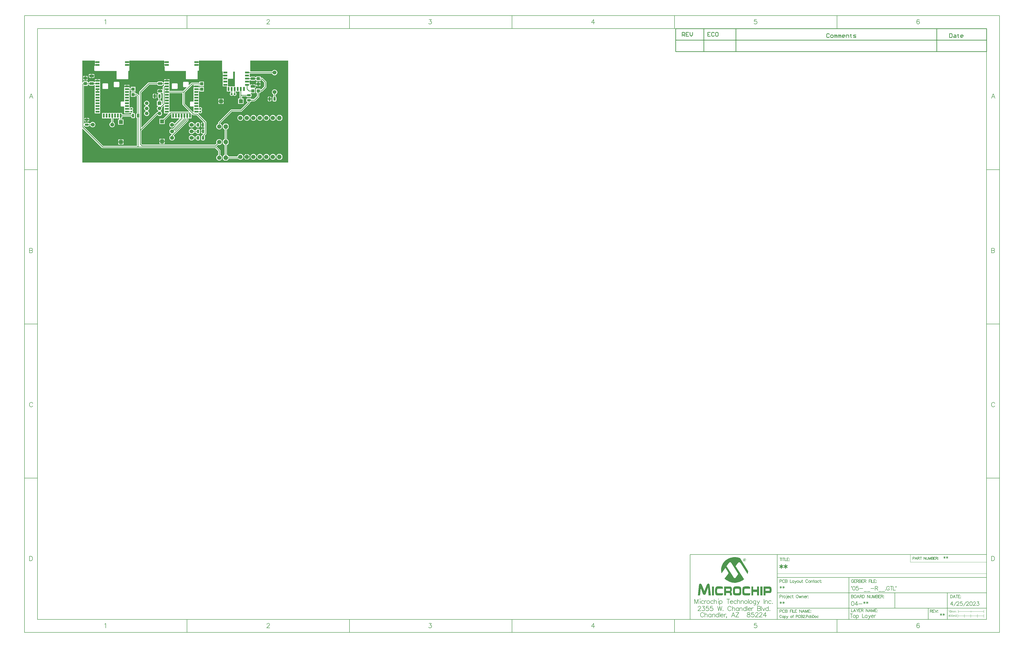
<source format=gtl>
G04*
G04 #@! TF.GenerationSoftware,Altium Limited,Altium Designer,22.10.1 (41)*
G04*
G04 Layer_Physical_Order=1*
G04 Layer_Color=255*
%FSLAX43Y43*%
%MOMM*%
G71*
G04*
G04 #@! TF.SameCoordinates,616D65FC-62BC-469B-91EF-3386A997E351*
G04*
G04*
G04 #@! TF.FilePolarity,Positive*
G04*
G01*
G75*
%ADD10C,0.200*%
%ADD11C,0.100*%
%ADD13C,0.254*%
%ADD14C,0.150*%
%ADD15C,0.178*%
%ADD17C,0.127*%
%ADD18C,0.180*%
%ADD19C,0.350*%
%ADD20R,1.500X0.700*%
%ADD21R,0.700X1.500*%
G04:AMPARAMS|DCode=22|XSize=1.75mm|YSize=1mm|CornerRadius=0.25mm|HoleSize=0mm|Usage=FLASHONLY|Rotation=180.000|XOffset=0mm|YOffset=0mm|HoleType=Round|Shape=RoundedRectangle|*
%AMROUNDEDRECTD22*
21,1,1.750,0.500,0,0,180.0*
21,1,1.250,1.000,0,0,180.0*
1,1,0.500,-0.625,0.250*
1,1,0.500,0.625,0.250*
1,1,0.500,0.625,-0.250*
1,1,0.500,-0.625,-0.250*
%
%ADD22ROUNDEDRECTD22*%
G04:AMPARAMS|DCode=23|XSize=1.4mm|YSize=0.9mm|CornerRadius=0.225mm|HoleSize=0mm|Usage=FLASHONLY|Rotation=0.000|XOffset=0mm|YOffset=0mm|HoleType=Round|Shape=RoundedRectangle|*
%AMROUNDEDRECTD23*
21,1,1.400,0.450,0,0,0.0*
21,1,0.950,0.900,0,0,0.0*
1,1,0.450,0.475,-0.225*
1,1,0.450,-0.475,-0.225*
1,1,0.450,-0.475,0.225*
1,1,0.450,0.475,0.225*
%
%ADD23ROUNDEDRECTD23*%
%ADD24R,1.200X1.200*%
%ADD25R,1.200X1.200*%
G04:AMPARAMS|DCode=26|XSize=1.4mm|YSize=0.9mm|CornerRadius=0.225mm|HoleSize=0mm|Usage=FLASHONLY|Rotation=90.000|XOffset=0mm|YOffset=0mm|HoleType=Round|Shape=RoundedRectangle|*
%AMROUNDEDRECTD26*
21,1,1.400,0.450,0,0,90.0*
21,1,0.950,0.900,0,0,90.0*
1,1,0.450,0.225,0.475*
1,1,0.450,0.225,-0.475*
1,1,0.450,-0.225,-0.475*
1,1,0.450,-0.225,0.475*
%
%ADD26ROUNDEDRECTD26*%
%ADD27R,1.500X1.500*%
%ADD28R,1.500X1.500*%
%ADD33R,1.400X1.400*%
%ADD43C,0.250*%
%ADD44C,1.524*%
%ADD45P,1.840X8X202.5*%
%ADD46C,1.700*%
%ADD47C,1.400*%
%ADD48C,0.700*%
%ADD49C,0.800*%
G36*
X80897Y510D02*
X510Y510D01*
X510Y13697D01*
X627Y13746D01*
X8094Y6279D01*
X8235Y6185D01*
X8401Y6152D01*
X52415Y6152D01*
X53542Y5025D01*
X53542Y3487D01*
X53531Y3485D01*
X53269Y3333D01*
X53055Y3119D01*
X52903Y2857D01*
X52825Y2564D01*
X52825Y2262D01*
X52903Y1969D01*
X53055Y1707D01*
X53269Y1493D01*
X53531Y1341D01*
X53824Y1263D01*
X54126Y1263D01*
X54419Y1341D01*
X54681Y1493D01*
X54895Y1707D01*
X55047Y1969D01*
X55125Y2262D01*
X55125Y2564D01*
X55047Y2857D01*
X54895Y3119D01*
X54681Y3333D01*
X54419Y3485D01*
X54408Y3487D01*
X54408Y5205D01*
X54375Y5371D01*
X54281Y5511D01*
X52922Y6870D01*
X53522Y7470D01*
X53531Y7464D01*
X53824Y7386D01*
X54126Y7386D01*
X54419Y7464D01*
X54681Y7616D01*
X54895Y7830D01*
X55047Y8092D01*
X55125Y8385D01*
X55125Y8687D01*
X55047Y8980D01*
X54895Y9242D01*
X54681Y9456D01*
X54419Y9608D01*
X54126Y9686D01*
X53824Y9686D01*
X53531Y9608D01*
X53269Y9456D01*
X53055Y9242D01*
X52903Y8980D01*
X52825Y8687D01*
X52825Y8385D01*
X52903Y8092D01*
X52909Y8083D01*
X52405Y7579D01*
X23937Y7579D01*
X23547Y7969D01*
X23547Y12931D01*
X29729Y19113D01*
X29840Y19098D01*
X30026Y18912D01*
X30254Y18780D01*
X30509Y18712D01*
X30772Y18712D01*
X31026Y18780D01*
X31254Y18912D01*
X31441Y19098D01*
X31572Y19326D01*
X31640Y19580D01*
X31640Y19844D01*
X31572Y20098D01*
X31441Y20326D01*
X31254Y20512D01*
X31026Y20644D01*
X31017Y20646D01*
X31017Y20778D01*
X31026Y20780D01*
X31254Y20912D01*
X31441Y21098D01*
X31572Y21326D01*
X31640Y21580D01*
X31640Y21844D01*
X31586Y22045D01*
X32324Y22783D01*
X32441Y22734D01*
X32441Y21962D01*
X32441Y20862D01*
X32441Y19762D01*
X33997Y19762D01*
X34045Y19645D01*
X32077Y17677D01*
X30590Y17677D01*
X30590Y15577D01*
X32690Y15577D01*
X32690Y17064D01*
X35164Y19538D01*
X35291Y19516D01*
X35291Y17812D01*
X38422Y17812D01*
X38471Y17695D01*
X36576Y15800D01*
X36450Y15817D01*
X36391Y15919D01*
X36193Y16117D01*
X35951Y16257D01*
X35681Y16329D01*
X35402Y16329D01*
X35131Y16257D01*
X34889Y16117D01*
X34692Y15919D01*
X34552Y15677D01*
X34479Y15407D01*
X34479Y15127D01*
X34552Y14857D01*
X34692Y14615D01*
X34889Y14417D01*
X35131Y14277D01*
X35402Y14205D01*
X35681Y14205D01*
X35951Y14277D01*
X36193Y14417D01*
X36391Y14615D01*
X36509Y14819D01*
X36642Y14819D01*
X36807Y14852D01*
X36948Y14946D01*
X39548Y17546D01*
X39642Y17686D01*
X39667Y17812D01*
X39856Y17812D01*
X39887Y17685D01*
X35925Y13724D01*
X35681Y13789D01*
X35402Y13789D01*
X35131Y13717D01*
X34889Y13577D01*
X34692Y13379D01*
X34552Y13137D01*
X34479Y12867D01*
X34479Y12587D01*
X34552Y12317D01*
X34692Y12075D01*
X34889Y11877D01*
X35131Y11737D01*
X35343Y11681D01*
X35387Y11545D01*
X35287Y11444D01*
X35193Y11304D01*
X35170Y11187D01*
X35131Y11177D01*
X34889Y11037D01*
X34692Y10839D01*
X34552Y10597D01*
X34479Y10327D01*
X34479Y10047D01*
X34552Y9777D01*
X34692Y9535D01*
X34889Y9337D01*
X35131Y9197D01*
X35402Y9125D01*
X35681Y9125D01*
X35951Y9197D01*
X36193Y9337D01*
X36391Y9535D01*
X36531Y9777D01*
X36603Y10047D01*
X36603Y10327D01*
X36531Y10597D01*
X36391Y10839D01*
X36239Y10991D01*
X36221Y11153D01*
X41748Y16680D01*
X41842Y16820D01*
X41875Y16986D01*
X41875Y17812D01*
X43191Y17812D01*
X43191Y19403D01*
X43309Y19452D01*
X43580Y19181D01*
X43720Y19087D01*
X43886Y19054D01*
X45062Y19054D01*
X47762Y16353D01*
X47710Y16226D01*
X47703Y16226D01*
X47703Y15267D01*
X47703Y14308D01*
X47778Y14308D01*
X47918Y14335D01*
X48045Y14258D01*
X48045Y13770D01*
X47918Y13668D01*
X47828Y13686D01*
X47753Y13686D01*
X47753Y12727D01*
X47603Y12727D01*
X47603Y12577D01*
X46894Y12577D01*
X46894Y12252D01*
X46931Y12067D01*
X47036Y11910D01*
X47193Y11805D01*
X47378Y11768D01*
X47651Y11768D01*
X47699Y11650D01*
X47347Y11298D01*
X47265Y11175D01*
X47173Y11157D01*
X47000Y11040D01*
X46884Y10867D01*
X46843Y10662D01*
X46843Y9712D01*
X46884Y9507D01*
X47000Y9333D01*
X47173Y9217D01*
X47378Y9177D01*
X47828Y9177D01*
X48033Y9217D01*
X48207Y9333D01*
X48323Y9507D01*
X48364Y9712D01*
X48364Y10662D01*
X48323Y10867D01*
X48250Y10976D01*
X48785Y11510D01*
X48879Y11651D01*
X48912Y11816D01*
X48912Y16250D01*
X48879Y16416D01*
X48785Y16557D01*
X45697Y19645D01*
X45745Y19762D01*
X46041Y19762D01*
X46041Y19875D01*
X46168Y19928D01*
X46204Y19892D01*
X46352Y19806D01*
X46518Y19762D01*
X46689Y19762D01*
X46854Y19806D01*
X47002Y19892D01*
X47123Y20013D01*
X47209Y20161D01*
X47253Y20326D01*
X47253Y20498D01*
X47209Y20663D01*
X47123Y20811D01*
X47058Y20877D01*
X47017Y20962D01*
X47058Y21047D01*
X47123Y21113D01*
X47209Y21261D01*
X47253Y21426D01*
X47253Y21598D01*
X47209Y21763D01*
X47123Y21911D01*
X47002Y22032D01*
X46854Y22118D01*
X46689Y22162D01*
X46518Y22162D01*
X46352Y22118D01*
X46204Y22032D01*
X46168Y21996D01*
X46041Y22049D01*
X46041Y23062D01*
X46041Y24162D01*
X46041Y25262D01*
X46041Y26362D01*
X46041Y27462D01*
X46041Y28779D01*
X46203Y28779D01*
X46203Y28312D01*
X48003Y28312D01*
X48003Y30112D01*
X46203Y30112D01*
X46203Y29645D01*
X46041Y29645D01*
X46041Y29862D01*
X45991Y29862D01*
X45991Y30162D01*
X43991Y30162D01*
X43991Y29862D01*
X43941Y29862D01*
X43941Y28562D01*
X43941Y27462D01*
X43941Y26362D01*
X43941Y25262D01*
X43941Y24418D01*
X42841Y24418D01*
X42724Y24395D01*
X42625Y24328D01*
X42559Y24229D01*
X42535Y24112D01*
X42535Y22712D01*
X42559Y22595D01*
X42625Y22496D01*
X42724Y22429D01*
X42841Y22406D01*
X43941Y22406D01*
X43941Y21962D01*
X43941Y20862D01*
X43941Y20211D01*
X43824Y20162D01*
X40505Y23481D01*
X40505Y27933D01*
X43451Y30879D01*
X43991Y30879D01*
X43991Y30462D01*
X45991Y30462D01*
X45991Y30879D01*
X46203Y30879D01*
X46203Y30412D01*
X48003Y30412D01*
X48003Y32212D01*
X46203Y32212D01*
X46203Y31745D01*
X43272Y31745D01*
X43106Y31712D01*
X42965Y31618D01*
X42165Y30818D01*
X42047Y30866D01*
X42047Y31812D01*
X42024Y31929D01*
X41958Y32028D01*
X41858Y32095D01*
X41741Y32118D01*
X40141Y32118D01*
X40024Y32095D01*
X39925Y32028D01*
X39859Y31929D01*
X39835Y31812D01*
X39835Y30312D01*
X39859Y30195D01*
X39925Y30096D01*
X40024Y30029D01*
X40141Y30006D01*
X41187Y30006D01*
X41236Y29889D01*
X39892Y28545D01*
X34541Y28545D01*
X34541Y29662D01*
X34541Y30762D01*
X34541Y32062D01*
X34491Y32062D01*
X34491Y32362D01*
X32491Y32362D01*
X32491Y32062D01*
X32441Y32062D01*
X32441Y31845D01*
X32044Y31845D01*
X32037Y31877D01*
X31916Y32059D01*
X31734Y32180D01*
X31519Y32223D01*
X30269Y32223D01*
X30055Y32180D01*
X29873Y32059D01*
X29751Y31877D01*
X29745Y31845D01*
X26459Y31845D01*
X26293Y31812D01*
X26153Y31718D01*
X22808Y28373D01*
X22714Y28233D01*
X22681Y28067D01*
X22681Y26886D01*
X22554Y26848D01*
X22540Y26868D01*
X21990Y27418D01*
X21849Y27512D01*
X21683Y27545D01*
X21233Y27545D01*
X21233Y28012D01*
X19433Y28012D01*
X19433Y26212D01*
X21233Y26212D01*
X21233Y26679D01*
X21504Y26679D01*
X21800Y26383D01*
X21800Y19829D01*
X21630Y19715D01*
X21514Y19542D01*
X21473Y19337D01*
X21473Y18387D01*
X21514Y18182D01*
X21630Y18008D01*
X21800Y17895D01*
X21800Y7019D01*
X8580Y7019D01*
X1058Y14540D01*
X1058Y15113D01*
X1185Y15126D01*
X1223Y14937D01*
X1339Y14764D01*
X1512Y14647D01*
X1717Y14607D01*
X2667Y14607D01*
X2872Y14647D01*
X3046Y14764D01*
X3160Y14934D01*
X3532Y14934D01*
X3658Y14715D01*
X3855Y14517D01*
X4098Y14378D01*
X4368Y14305D01*
X4647Y14305D01*
X4917Y14378D01*
X5160Y14517D01*
X5357Y14715D01*
X5497Y14957D01*
X5570Y15227D01*
X5570Y15507D01*
X5497Y15777D01*
X5357Y16019D01*
X5160Y16217D01*
X4917Y16357D01*
X4647Y16429D01*
X4368Y16429D01*
X4098Y16357D01*
X3855Y16217D01*
X3658Y16019D01*
X3531Y15800D01*
X3160Y15800D01*
X3046Y15970D01*
X2872Y16087D01*
X2667Y16127D01*
X1717Y16127D01*
X1512Y16087D01*
X1339Y15970D01*
X1223Y15797D01*
X1185Y15608D01*
X1058Y15621D01*
X1058Y30512D01*
X2592Y30512D01*
X2592Y30979D01*
X2948Y30979D01*
X2954Y30947D01*
X3076Y30765D01*
X3258Y30644D01*
X3472Y30601D01*
X4722Y30601D01*
X4937Y30644D01*
X5119Y30765D01*
X5206Y30896D01*
X5333Y30858D01*
X5333Y29662D01*
X5333Y28562D01*
X5333Y27462D01*
X5333Y26362D01*
X5333Y25262D01*
X5333Y24162D01*
X5333Y23062D01*
X5333Y21962D01*
X5333Y20862D01*
X5333Y19762D01*
X7433Y19762D01*
X7433Y20862D01*
X7433Y21962D01*
X7433Y23062D01*
X7433Y24162D01*
X7433Y25262D01*
X7433Y26362D01*
X7433Y27462D01*
X7433Y28562D01*
X7433Y29662D01*
X7433Y30762D01*
X7433Y32062D01*
X7383Y32062D01*
X7383Y32362D01*
X5383Y32362D01*
X5383Y32062D01*
X5333Y32062D01*
X5333Y31966D01*
X5206Y31928D01*
X5119Y32059D01*
X4937Y32180D01*
X4722Y32223D01*
X3472Y32223D01*
X3258Y32180D01*
X3076Y32059D01*
X2954Y31877D01*
X2948Y31845D01*
X2592Y31845D01*
X2592Y32312D01*
X792Y32312D01*
X792Y31845D01*
X637Y31814D01*
X627Y31814D01*
X510Y31885D01*
X510Y40394D01*
X5358Y40394D01*
X5362Y40374D01*
X5391Y40329D01*
X5391Y39962D01*
X6391Y39962D01*
X6391Y39662D01*
X5391Y39662D01*
X5391Y39212D01*
X5391Y38862D01*
X6391Y38862D01*
X6391Y38562D01*
X5391Y38562D01*
X5391Y38398D01*
X5316Y38383D01*
X5217Y38316D01*
X5151Y38217D01*
X5127Y38100D01*
X5127Y36662D01*
X5151Y36545D01*
X5217Y36446D01*
X5316Y36379D01*
X5433Y36356D01*
X7399Y36356D01*
X7399Y36356D01*
X13827Y36356D01*
X13827Y33412D01*
X13851Y33295D01*
X13917Y33196D01*
X14016Y33129D01*
X14133Y33106D01*
X18133Y33106D01*
X18250Y33129D01*
X18350Y33196D01*
X18416Y33295D01*
X18439Y33412D01*
X18439Y36356D01*
X18575Y36356D01*
X18692Y36379D01*
X18792Y36446D01*
X18858Y36545D01*
X18881Y36662D01*
X18881Y38100D01*
X18880Y38108D01*
X18883Y38112D01*
X18883Y38112D01*
X18883Y38562D01*
X17883Y38562D01*
X17883Y38862D01*
X18883Y38862D01*
X18883Y39212D01*
X18883Y39662D01*
X17883Y39662D01*
X17883Y39962D01*
X18883Y39962D01*
X18883Y40394D01*
X32499Y40394D01*
X32499Y39962D01*
X33499Y39962D01*
X33499Y39662D01*
X32499Y39662D01*
X32499Y39212D01*
X32499Y38862D01*
X33499Y38862D01*
X33499Y38562D01*
X32499Y38562D01*
X32499Y38112D01*
X32603Y38112D01*
X32613Y38100D01*
X32613Y36662D01*
X32636Y36545D01*
X32703Y36446D01*
X32802Y36379D01*
X32919Y36356D01*
X40935Y36356D01*
X40935Y33412D01*
X40959Y33295D01*
X41025Y33196D01*
X41124Y33129D01*
X41241Y33106D01*
X45241Y33106D01*
X45358Y33129D01*
X45458Y33196D01*
X45524Y33295D01*
X45547Y33412D01*
X45547Y36369D01*
X45753Y36369D01*
X45870Y36392D01*
X45970Y36459D01*
X46036Y36558D01*
X46059Y36675D01*
X46059Y38100D01*
X46036Y38217D01*
X45991Y38284D01*
X45991Y38562D01*
X44991Y38562D01*
X44991Y38862D01*
X45991Y38862D01*
X45991Y39212D01*
X45991Y39662D01*
X44991Y39662D01*
X44991Y39962D01*
X45991Y39962D01*
X45991Y40307D01*
X46036Y40374D01*
X46040Y40394D01*
X55106Y40394D01*
X55106Y36398D01*
X55130Y36281D01*
X55196Y36182D01*
X55295Y36115D01*
X55312Y36112D01*
X55312Y35098D01*
X55362Y35098D01*
X55362Y34698D01*
X56362Y34698D01*
X56362Y34398D01*
X55362Y34398D01*
X55362Y33998D01*
X55312Y33998D01*
X55312Y32698D01*
X55312Y31498D01*
X55312Y30298D01*
X56962Y30298D01*
X56962Y28248D01*
X58379Y28248D01*
X58379Y27862D01*
X58252Y27735D01*
X58160Y27575D01*
X58112Y27397D01*
X58112Y27213D01*
X58160Y27035D01*
X58252Y26875D01*
X58383Y26745D01*
X58542Y26653D01*
X58720Y26605D01*
X58904Y26605D01*
X59083Y26653D01*
X59242Y26745D01*
X59330Y26833D01*
X59412Y26861D01*
X59495Y26833D01*
X59583Y26745D01*
X59742Y26653D01*
X59920Y26605D01*
X60104Y26605D01*
X60283Y26653D01*
X60442Y26745D01*
X60572Y26875D01*
X60665Y27035D01*
X60712Y27213D01*
X60712Y27397D01*
X60665Y27575D01*
X60572Y27735D01*
X60446Y27862D01*
X60446Y28248D01*
X61979Y28248D01*
X61979Y26832D01*
X61979Y25532D01*
X61397Y25532D01*
X61397Y23432D01*
X63497Y23432D01*
X63497Y25532D01*
X62846Y25532D01*
X62846Y26399D01*
X64598Y26399D01*
X64712Y26229D01*
X64885Y26112D01*
X65090Y26072D01*
X66040Y26072D01*
X66245Y26112D01*
X66419Y26229D01*
X66535Y26402D01*
X66576Y26607D01*
X66576Y27057D01*
X66535Y27262D01*
X66419Y27435D01*
X66250Y27548D01*
X66249Y27558D01*
X66285Y27675D01*
X67989Y27675D01*
X67989Y29475D01*
X67796Y29475D01*
X67784Y29602D01*
X67909Y29627D01*
X68075Y29738D01*
X68185Y29903D01*
X68224Y30098D01*
X68224Y30198D01*
X67089Y30198D01*
X67089Y30348D01*
X66939Y30348D01*
X66939Y31108D01*
X66464Y31108D01*
X66269Y31069D01*
X66104Y30958D01*
X66039Y30862D01*
X65912Y30900D01*
X65912Y31598D01*
X65862Y31598D01*
X65862Y31998D01*
X64862Y31998D01*
X64862Y32298D01*
X65862Y32298D01*
X65862Y32698D01*
X65912Y32698D01*
X65912Y32706D01*
X66039Y32744D01*
X66068Y32701D01*
X66250Y32580D01*
X66464Y32537D01*
X67714Y32537D01*
X67929Y32580D01*
X68111Y32701D01*
X68221Y32867D01*
X68287Y32866D01*
X68348Y32846D01*
X68348Y32448D01*
X70148Y32448D01*
X70148Y32795D01*
X70534Y32795D01*
X71520Y31809D01*
X71520Y30277D01*
X70251Y29008D01*
X70089Y29008D01*
X70089Y29475D01*
X68289Y29475D01*
X68289Y27675D01*
X68706Y27675D01*
X68706Y26553D01*
X67519Y25365D01*
X66533Y25365D01*
X66419Y25535D01*
X66245Y25652D01*
X66040Y25692D01*
X65090Y25692D01*
X64885Y25652D01*
X64712Y25535D01*
X64596Y25362D01*
X64555Y25157D01*
X64555Y24707D01*
X64596Y24502D01*
X64712Y24329D01*
X64885Y24212D01*
X65020Y24186D01*
X65062Y24048D01*
X62275Y21261D01*
X58753Y21261D01*
X58587Y21228D01*
X58446Y21134D01*
X53682Y16370D01*
X53588Y16229D01*
X53555Y16063D01*
X53555Y15683D01*
X53531Y15677D01*
X53269Y15525D01*
X53055Y15311D01*
X52903Y15049D01*
X52825Y14756D01*
X52825Y14454D01*
X52903Y14161D01*
X53055Y13899D01*
X53269Y13685D01*
X53531Y13533D01*
X53824Y13455D01*
X54126Y13455D01*
X54419Y13533D01*
X54681Y13685D01*
X54895Y13899D01*
X55047Y14161D01*
X55125Y14454D01*
X55125Y14756D01*
X55047Y15049D01*
X54895Y15311D01*
X54681Y15525D01*
X54421Y15675D01*
X54421Y15884D01*
X58932Y20395D01*
X62455Y20395D01*
X62621Y20428D01*
X62761Y20522D01*
X65872Y23632D01*
X65966Y23773D01*
X65999Y23939D01*
X65999Y24172D01*
X66040Y24172D01*
X66245Y24212D01*
X66419Y24329D01*
X66533Y24499D01*
X67698Y24499D01*
X67864Y24532D01*
X68005Y24626D01*
X69446Y26067D01*
X69540Y26207D01*
X69573Y26373D01*
X69573Y27675D01*
X70089Y27675D01*
X70089Y28142D01*
X70430Y28142D01*
X70596Y28175D01*
X70737Y28269D01*
X72260Y29792D01*
X72353Y29932D01*
X72386Y30098D01*
X72386Y31988D01*
X72353Y32154D01*
X72260Y32295D01*
X71020Y33535D01*
X70879Y33628D01*
X70713Y33661D01*
X70148Y33661D01*
X70148Y34248D01*
X68348Y34248D01*
X68348Y33850D01*
X68287Y33830D01*
X68221Y33829D01*
X68111Y33995D01*
X67929Y34116D01*
X67714Y34159D01*
X66464Y34159D01*
X66250Y34116D01*
X66068Y33995D01*
X66039Y33952D01*
X65912Y33990D01*
X65912Y35315D01*
X74605Y35315D01*
X74609Y35301D01*
X74749Y35059D01*
X74946Y34861D01*
X75188Y34721D01*
X75459Y34649D01*
X75738Y34649D01*
X76008Y34721D01*
X76250Y34861D01*
X76448Y35059D01*
X76588Y35301D01*
X76660Y35571D01*
X76660Y35851D01*
X76588Y36121D01*
X76448Y36363D01*
X76250Y36561D01*
X76008Y36700D01*
X75738Y36773D01*
X75459Y36773D01*
X75188Y36700D01*
X74946Y36561D01*
X74749Y36363D01*
X74644Y36181D01*
X66181Y36181D01*
X66150Y36218D01*
X66100Y36308D01*
X66118Y36398D01*
X66118Y40394D01*
X80897Y40394D01*
X80897Y510D01*
X80897Y510D02*
G37*
G36*
X60106Y30398D02*
X60065Y30348D01*
X57412Y30348D01*
X57412Y31498D01*
X57412Y32698D01*
X57412Y33230D01*
X57539Y33307D01*
X57612Y33292D01*
X59112Y33292D01*
X59229Y33315D01*
X59329Y33382D01*
X59395Y33481D01*
X59418Y33598D01*
X59418Y36092D01*
X60106Y36092D01*
X60106Y30398D01*
X60106Y30398D02*
G37*
G36*
X32441Y30690D02*
X32335Y30618D01*
X32060Y30343D01*
X31966Y30203D01*
X31933Y30037D01*
X31933Y29140D01*
X31806Y29072D01*
X31714Y29133D01*
X31519Y29172D01*
X31044Y29172D01*
X31044Y28412D01*
X30894Y28412D01*
X30894Y28262D01*
X29760Y28262D01*
X29760Y28162D01*
X29798Y27967D01*
X29909Y27802D01*
X30074Y27691D01*
X30269Y27652D01*
X30274Y27525D01*
X30210Y27513D01*
X30037Y27396D01*
X29921Y27223D01*
X29880Y27018D01*
X29880Y26068D01*
X29921Y25863D01*
X30037Y25690D01*
X30207Y25576D01*
X30207Y24712D01*
X29640Y24712D01*
X29640Y22712D01*
X30118Y22712D01*
X30152Y22585D01*
X30026Y22512D01*
X29840Y22326D01*
X29708Y22098D01*
X29640Y21844D01*
X29640Y21580D01*
X29708Y21326D01*
X29840Y21098D01*
X30026Y20912D01*
X30254Y20780D01*
X30263Y20778D01*
X30263Y20646D01*
X30254Y20644D01*
X30026Y20512D01*
X29840Y20326D01*
X29736Y20145D01*
X29715Y20145D01*
X29549Y20112D01*
X29409Y20018D01*
X23665Y14274D01*
X23547Y14323D01*
X23547Y27888D01*
X26638Y30979D01*
X29745Y30979D01*
X29751Y30947D01*
X29873Y30765D01*
X30055Y30644D01*
X30269Y30601D01*
X31519Y30601D01*
X31734Y30644D01*
X31916Y30765D01*
X32037Y30947D01*
X32044Y30979D01*
X32441Y30979D01*
X32441Y30690D01*
X32441Y30690D02*
G37*
G36*
X62540Y27160D02*
X62547Y27117D01*
X62560Y27080D01*
X62577Y27047D01*
X62600Y27020D01*
X62627Y26997D01*
X62660Y26979D01*
X62697Y26967D01*
X62740Y26959D01*
X62787Y26957D01*
X62787Y26707D01*
X62740Y26705D01*
X62697Y26697D01*
X62660Y26684D01*
X62627Y26667D01*
X62600Y26645D01*
X62577Y26617D01*
X62560Y26584D01*
X62547Y26547D01*
X62540Y26504D01*
X62537Y26457D01*
X62287Y26832D01*
X62537Y27207D01*
X62540Y27160D01*
X62540Y27160D02*
G37*
G36*
X31933Y27684D02*
X31933Y23617D01*
X31758Y23442D01*
X31640Y23491D01*
X31640Y24712D01*
X31074Y24712D01*
X31074Y25576D01*
X31244Y25690D01*
X31360Y25863D01*
X31401Y26068D01*
X31401Y27018D01*
X31360Y27223D01*
X31244Y27396D01*
X31070Y27513D01*
X31006Y27525D01*
X31019Y27652D01*
X31519Y27652D01*
X31714Y27691D01*
X31806Y27752D01*
X31933Y27684D01*
X31933Y27684D02*
G37*
G36*
X39638Y23302D02*
X39671Y23136D01*
X39765Y22995D01*
X42213Y20547D01*
X42161Y20420D01*
X35000Y20420D01*
X34834Y20387D01*
X34694Y20293D01*
X34659Y20258D01*
X34541Y20307D01*
X34541Y20862D01*
X34541Y21962D01*
X34541Y23062D01*
X34541Y24162D01*
X34541Y25262D01*
X34541Y26362D01*
X34541Y27679D01*
X39638Y27679D01*
X39638Y23302D01*
X39638Y23302D02*
G37*
G36*
X41008Y17165D02*
X36724Y12881D01*
X36588Y12925D01*
X36538Y13111D01*
X40648Y17221D01*
X40742Y17361D01*
X40775Y17527D01*
X40775Y17812D01*
X41008Y17812D01*
X41008Y17165D01*
X41008Y17165D02*
G37*
G36*
X22361Y6913D02*
X22368Y6870D01*
X22381Y6833D01*
X22398Y6800D01*
X22421Y6773D01*
X22448Y6750D01*
X22481Y6733D01*
X22518Y6720D01*
X22561Y6713D01*
X22608Y6710D01*
X22233Y6460D01*
X21858Y6710D01*
X21906Y6713D01*
X21948Y6720D01*
X21986Y6733D01*
X22018Y6750D01*
X22046Y6773D01*
X22068Y6800D01*
X22086Y6833D01*
X22098Y6870D01*
X22106Y6913D01*
X22108Y6960D01*
X22358Y6960D01*
X22361Y6913D01*
X22361Y6913D02*
G37*
G36*
X259338Y-154352D02*
X259423Y-154373D01*
X259528Y-154416D01*
X259634Y-154479D01*
X259719Y-154574D01*
X259782Y-154712D01*
X259793Y-154786D01*
X259804Y-154881D01*
X259804Y-154892D01*
X259804Y-154902D01*
X259793Y-154966D01*
X259772Y-155061D01*
X259740Y-155167D01*
X259666Y-155273D01*
X259571Y-155368D01*
X259507Y-155410D01*
X259433Y-155431D01*
X259349Y-155453D01*
X259253Y-155463D01*
X259211Y-155463D01*
X259169Y-155453D01*
X259116Y-155442D01*
X259042Y-155421D01*
X258978Y-155389D01*
X258904Y-155347D01*
X258841Y-155294D01*
X258830Y-155283D01*
X258819Y-155262D01*
X258788Y-155230D01*
X258756Y-155177D01*
X258724Y-155114D01*
X258703Y-155050D01*
X258682Y-154966D01*
X258671Y-154881D01*
X258671Y-154871D01*
X258671Y-154839D01*
X258682Y-154807D01*
X258693Y-154754D01*
X258714Y-154691D01*
X258745Y-154627D01*
X258788Y-154564D01*
X258841Y-154500D01*
X258851Y-154490D01*
X258872Y-154479D01*
X258904Y-154447D01*
X258957Y-154416D01*
X259021Y-154394D01*
X259084Y-154363D01*
X259169Y-154352D01*
X259253Y-154341D01*
X259274Y-154341D01*
X259338Y-154352D01*
X259338Y-154352D02*
G37*
G36*
X255624Y-153855D02*
X255730Y-153855D01*
X255846Y-153865D01*
X255984Y-153876D01*
X256121Y-153897D01*
X256280Y-153918D01*
X256449Y-153950D01*
X256788Y-154024D01*
X257148Y-154130D01*
X257497Y-154267D01*
X260671Y-159304D01*
X260671Y-159315D01*
X260671Y-159347D01*
X260661Y-159399D01*
X260661Y-159463D01*
X260650Y-159548D01*
X260629Y-159632D01*
X260587Y-159844D01*
X260587Y-159855D01*
X260576Y-159897D01*
X260565Y-159950D01*
X260544Y-160034D01*
X260513Y-160130D01*
X260491Y-160235D01*
X260417Y-160468D01*
X257666Y-156172D01*
X257655Y-156162D01*
X257624Y-156119D01*
X257581Y-156066D01*
X257529Y-156003D01*
X257454Y-155939D01*
X257370Y-155886D01*
X257275Y-155844D01*
X257169Y-155833D01*
X257126Y-155833D01*
X257084Y-155855D01*
X257021Y-155876D01*
X256957Y-155908D01*
X256883Y-155971D01*
X256798Y-156045D01*
X256714Y-156151D01*
X255793Y-157410D01*
X259031Y-162510D01*
X259010Y-162521D01*
X258957Y-162574D01*
X258872Y-162637D01*
X258756Y-162722D01*
X258608Y-162828D01*
X258428Y-162944D01*
X258216Y-163071D01*
X257984Y-163198D01*
X257719Y-163325D01*
X257433Y-163452D01*
X257126Y-163569D01*
X256798Y-163674D01*
X256449Y-163759D01*
X256079Y-163823D01*
X255687Y-163876D01*
X255285Y-163886D01*
X255190Y-163886D01*
X255137Y-163876D01*
X255074Y-163876D01*
X254915Y-163865D01*
X254724Y-163833D01*
X254502Y-163801D01*
X254248Y-163749D01*
X253984Y-163674D01*
X253687Y-163590D01*
X253381Y-163484D01*
X253063Y-163346D01*
X252746Y-163188D01*
X252418Y-162997D01*
X252090Y-162775D01*
X251772Y-162521D01*
X251465Y-162235D01*
X252841Y-160341D01*
X252851Y-160331D01*
X252862Y-160310D01*
X252873Y-160278D01*
X252883Y-160235D01*
X252894Y-160183D01*
X252915Y-160119D01*
X252926Y-160034D01*
X252926Y-160024D01*
X252926Y-160003D01*
X252915Y-159971D01*
X252904Y-159929D01*
X252894Y-159876D01*
X252862Y-159812D01*
X252830Y-159738D01*
X252777Y-159653D01*
X251762Y-158066D01*
X250248Y-160161D01*
X250248Y-160151D01*
X250238Y-160130D01*
X250227Y-160098D01*
X250217Y-160045D01*
X250206Y-159992D01*
X250195Y-159918D01*
X250164Y-159749D01*
X250121Y-159548D01*
X250100Y-159315D01*
X250079Y-159061D01*
X250068Y-158786D01*
X250068Y-158775D01*
X250068Y-158765D01*
X250068Y-158701D01*
X250079Y-158595D01*
X250090Y-158458D01*
X250111Y-158288D01*
X250143Y-158087D01*
X250195Y-157865D01*
X250248Y-157622D01*
X250322Y-157368D01*
X250418Y-157093D01*
X250545Y-156818D01*
X250682Y-156521D01*
X250852Y-156236D01*
X251042Y-155950D01*
X251264Y-155664D01*
X251518Y-155389D01*
X251539Y-155368D01*
X251592Y-155326D01*
X251677Y-155241D01*
X251793Y-155146D01*
X251952Y-155029D01*
X252132Y-154902D01*
X252344Y-154765D01*
X252587Y-154617D01*
X252862Y-154468D01*
X253158Y-154331D01*
X253476Y-154204D01*
X253825Y-154088D01*
X254195Y-153982D01*
X254587Y-153908D01*
X255000Y-153865D01*
X255433Y-153844D01*
X255550Y-153844D01*
X255624Y-153855D01*
X255624Y-153855D02*
G37*
G36*
X260893Y-165315D02*
X260978Y-165315D01*
X261052Y-165325D01*
X261105Y-165336D01*
X261116Y-165336D01*
X261147Y-165346D01*
X261190Y-165368D01*
X261243Y-165399D01*
X261296Y-165442D01*
X261348Y-165505D01*
X261391Y-165579D01*
X261423Y-165674D01*
X261423Y-165685D01*
X261423Y-165706D01*
X261433Y-165748D01*
X261433Y-165812D01*
X261433Y-165886D01*
X261444Y-165981D01*
X261444Y-166098D01*
X261444Y-166225D01*
X259560Y-166182D01*
X259539Y-166182D01*
X259497Y-166193D01*
X259423Y-166214D01*
X259349Y-166267D01*
X259264Y-166341D01*
X259232Y-166405D01*
X259190Y-166468D01*
X259169Y-166542D01*
X259148Y-166637D01*
X259126Y-166743D01*
X259126Y-166870D01*
X259126Y-167262D01*
X259126Y-167272D01*
X259126Y-167293D01*
X259126Y-167325D01*
X259137Y-167367D01*
X259148Y-167484D01*
X259179Y-167600D01*
X259232Y-167727D01*
X259306Y-167844D01*
X259349Y-167886D01*
X259412Y-167918D01*
X259476Y-167939D01*
X259550Y-167949D01*
X261475Y-167949D01*
X261475Y-167960D01*
X261475Y-167971D01*
X261475Y-168034D01*
X261475Y-168129D01*
X261465Y-168246D01*
X261454Y-168362D01*
X261433Y-168468D01*
X261401Y-168563D01*
X261370Y-168637D01*
X261359Y-168648D01*
X261338Y-168669D01*
X261306Y-168690D01*
X261243Y-168722D01*
X261158Y-168764D01*
X261052Y-168785D01*
X260904Y-168807D01*
X260735Y-168817D01*
X259370Y-168817D01*
X259327Y-168807D01*
X259211Y-168796D01*
X259073Y-168775D01*
X258925Y-168732D01*
X258777Y-168669D01*
X258650Y-168574D01*
X258544Y-168457D01*
X258534Y-168447D01*
X258523Y-168404D01*
X258491Y-168341D01*
X258470Y-168246D01*
X258439Y-168119D01*
X258407Y-167971D01*
X258396Y-167791D01*
X258386Y-167590D01*
X258386Y-166563D01*
X258386Y-166553D01*
X258386Y-166521D01*
X258386Y-166479D01*
X258396Y-166426D01*
X258396Y-166352D01*
X258407Y-166278D01*
X258439Y-166098D01*
X258491Y-165907D01*
X258555Y-165727D01*
X258661Y-165558D01*
X258724Y-165495D01*
X258798Y-165442D01*
X258809Y-165431D01*
X258841Y-165420D01*
X258883Y-165399D01*
X258957Y-165368D01*
X259042Y-165346D01*
X259158Y-165325D01*
X259285Y-165315D01*
X259433Y-165304D01*
X260809Y-165304D01*
X260893Y-165315D01*
X260893Y-165315D02*
G37*
G36*
X264904Y-168796D02*
X264174Y-168796D01*
X264174Y-167484D01*
X262618Y-167484D01*
X262618Y-168796D01*
X261930Y-168796D01*
X261930Y-165336D01*
X262618Y-165336D01*
X262618Y-166563D01*
X264174Y-166563D01*
X264174Y-165336D01*
X264904Y-165336D01*
X264904Y-168796D01*
X264904Y-168796D02*
G37*
G36*
X245211Y-164204D02*
X245275Y-164225D01*
X245349Y-164256D01*
X245434Y-164320D01*
X245508Y-164415D01*
X245540Y-164479D01*
X245561Y-164553D01*
X245592Y-164637D01*
X245603Y-164733D01*
X246069Y-168796D01*
X245201Y-168796D01*
X244958Y-165875D01*
X244947Y-165875D01*
X244048Y-168214D01*
X244037Y-168235D01*
X244016Y-168277D01*
X243984Y-168341D01*
X243931Y-168404D01*
X243857Y-168479D01*
X243772Y-168542D01*
X243667Y-168584D01*
X243540Y-168606D01*
X243518Y-168606D01*
X243476Y-168595D01*
X243413Y-168584D01*
X243328Y-168553D01*
X243233Y-168510D01*
X243148Y-168436D01*
X243063Y-168341D01*
X243000Y-168214D01*
X242111Y-165918D01*
X242100Y-165918D01*
X241847Y-168796D01*
X241000Y-168796D01*
X241444Y-164690D01*
X241444Y-164680D01*
X241444Y-164669D01*
X241466Y-164616D01*
X241487Y-164532D01*
X241529Y-164436D01*
X241582Y-164352D01*
X241667Y-164267D01*
X241772Y-164214D01*
X241836Y-164193D01*
X241931Y-164193D01*
X241984Y-164204D01*
X242058Y-164214D01*
X242153Y-164246D01*
X242259Y-164309D01*
X242365Y-164394D01*
X242460Y-164500D01*
X242503Y-164574D01*
X242534Y-164659D01*
X243518Y-167166D01*
X243540Y-167166D01*
X244524Y-164659D01*
X244524Y-164648D01*
X244534Y-164637D01*
X244555Y-164584D01*
X244608Y-164510D01*
X244672Y-164426D01*
X244756Y-164341D01*
X244862Y-164267D01*
X244989Y-164214D01*
X245063Y-164193D01*
X245169Y-164193D01*
X245211Y-164204D01*
X245211Y-164204D02*
G37*
G36*
X269031Y-165346D02*
X269137Y-165368D01*
X269274Y-165410D01*
X269412Y-165473D01*
X269539Y-165579D01*
X269602Y-165643D01*
X269655Y-165727D01*
X269697Y-165812D01*
X269729Y-165918D01*
X269729Y-165928D01*
X269740Y-165960D01*
X269750Y-166013D01*
X269761Y-166077D01*
X269771Y-166172D01*
X269782Y-166278D01*
X269793Y-166394D01*
X269793Y-166532D01*
X269793Y-166796D01*
X269793Y-166807D01*
X269793Y-166828D01*
X269793Y-166849D01*
X269793Y-166891D01*
X269782Y-167008D01*
X269771Y-167135D01*
X269740Y-167283D01*
X269708Y-167431D01*
X269655Y-167579D01*
X269581Y-167695D01*
X269570Y-167706D01*
X269549Y-167727D01*
X269518Y-167770D01*
X269465Y-167801D01*
X269401Y-167844D01*
X269316Y-167886D01*
X269221Y-167907D01*
X269115Y-167918D01*
X267401Y-167918D01*
X267401Y-168796D01*
X266682Y-168796D01*
X266682Y-165336D01*
X268988Y-165336D01*
X269031Y-165346D01*
X269031Y-165346D02*
G37*
G36*
X266216Y-168796D02*
X265412Y-168796D01*
X265412Y-165336D01*
X266216Y-165336D01*
X266216Y-168796D01*
X266216Y-168796D02*
G37*
G36*
X253677Y-165346D02*
X253719Y-165346D01*
X253836Y-165389D01*
X253888Y-165420D01*
X253963Y-165463D01*
X254026Y-165516D01*
X254079Y-165590D01*
X254142Y-165664D01*
X254195Y-165770D01*
X254238Y-165886D01*
X254269Y-166024D01*
X254291Y-166182D01*
X254301Y-166362D01*
X254301Y-166574D01*
X254301Y-166584D01*
X254301Y-166606D01*
X254301Y-166637D01*
X254291Y-166690D01*
X254280Y-166807D01*
X254248Y-166955D01*
X254206Y-167103D01*
X254132Y-167251D01*
X254037Y-167367D01*
X253984Y-167410D01*
X253910Y-167442D01*
X253910Y-167452D01*
X253931Y-167463D01*
X253973Y-167473D01*
X254037Y-167516D01*
X254111Y-167590D01*
X254174Y-167685D01*
X254238Y-167822D01*
X254269Y-167897D01*
X254280Y-167992D01*
X254301Y-168098D01*
X254301Y-168214D01*
X254301Y-168796D01*
X253571Y-168796D01*
X253571Y-168383D01*
X253571Y-168373D01*
X253571Y-168341D01*
X253571Y-168288D01*
X253571Y-168235D01*
X253560Y-168108D01*
X253550Y-168055D01*
X253539Y-168024D01*
X253539Y-168013D01*
X253529Y-168002D01*
X253486Y-167949D01*
X253402Y-167907D01*
X253349Y-167897D01*
X253285Y-167886D01*
X251994Y-167886D01*
X251994Y-168796D01*
X251264Y-168796D01*
X251264Y-165336D01*
X253645Y-165336D01*
X253677Y-165346D01*
X253677Y-165346D02*
G37*
G36*
X247307Y-168796D02*
X246492Y-168796D01*
X246492Y-165336D01*
X247307Y-165336D01*
X247307Y-168796D01*
X247307Y-168796D02*
G37*
G36*
X257148Y-165315D02*
X257275Y-165346D01*
X257412Y-165378D01*
X257550Y-165431D01*
X257666Y-165505D01*
X257761Y-165611D01*
X257772Y-165622D01*
X257793Y-165664D01*
X257835Y-165738D01*
X257878Y-165844D01*
X257909Y-165971D01*
X257952Y-166129D01*
X257973Y-166320D01*
X257984Y-166542D01*
X257984Y-167579D01*
X257984Y-167590D01*
X257984Y-167621D01*
X257984Y-167664D01*
X257973Y-167727D01*
X257973Y-167812D01*
X257962Y-167897D01*
X257920Y-168087D01*
X257857Y-168288D01*
X257772Y-168479D01*
X257708Y-168563D01*
X257645Y-168637D01*
X257560Y-168701D01*
X257476Y-168754D01*
X257465Y-168754D01*
X257444Y-168764D01*
X257391Y-168775D01*
X257338Y-168785D01*
X257253Y-168796D01*
X257169Y-168807D01*
X257063Y-168817D01*
X255730Y-168817D01*
X255687Y-168807D01*
X255571Y-168796D01*
X255444Y-168775D01*
X255306Y-168732D01*
X255158Y-168680D01*
X255031Y-168595D01*
X254925Y-168489D01*
X254915Y-168479D01*
X254894Y-168436D01*
X254862Y-168362D01*
X254830Y-168267D01*
X254798Y-168140D01*
X254767Y-167981D01*
X254746Y-167801D01*
X254735Y-167579D01*
X254735Y-166542D01*
X254735Y-166532D01*
X254735Y-166500D01*
X254735Y-166447D01*
X254746Y-166383D01*
X254756Y-166299D01*
X254767Y-166203D01*
X254809Y-166002D01*
X254883Y-165801D01*
X254936Y-165696D01*
X254989Y-165600D01*
X255063Y-165516D01*
X255137Y-165442D01*
X255232Y-165389D01*
X255338Y-165346D01*
X255349Y-165346D01*
X255370Y-165336D01*
X255412Y-165336D01*
X255465Y-165325D01*
X255529Y-165315D01*
X255603Y-165315D01*
X255783Y-165304D01*
X257042Y-165304D01*
X257148Y-165315D01*
X257148Y-165315D02*
G37*
G36*
X250079Y-165315D02*
X250248Y-165325D01*
X250407Y-165336D01*
X250471Y-165346D01*
X250534Y-165357D01*
X250576Y-165368D01*
X250608Y-165378D01*
X250619Y-165389D01*
X250640Y-165410D01*
X250672Y-165452D01*
X250703Y-165526D01*
X250735Y-165622D01*
X250756Y-165696D01*
X250767Y-165770D01*
X250777Y-165854D01*
X250788Y-165950D01*
X250799Y-166055D01*
X250799Y-166182D01*
X248904Y-166182D01*
X248862Y-166193D01*
X248820Y-166203D01*
X248714Y-166235D01*
X248661Y-166278D01*
X248619Y-166320D01*
X248619Y-166330D01*
X248598Y-166352D01*
X248587Y-166383D01*
X248566Y-166436D01*
X248545Y-166510D01*
X248524Y-166606D01*
X248513Y-166733D01*
X248502Y-166870D01*
X248502Y-167262D01*
X248502Y-167283D01*
X248502Y-167325D01*
X248502Y-167399D01*
X248513Y-167473D01*
X248513Y-167569D01*
X248524Y-167653D01*
X248534Y-167727D01*
X248555Y-167780D01*
X248555Y-167791D01*
X248576Y-167801D01*
X248598Y-167833D01*
X248640Y-167865D01*
X248682Y-167897D01*
X248746Y-167918D01*
X248820Y-167939D01*
X248915Y-167949D01*
X250852Y-167949D01*
X250852Y-167960D01*
X250852Y-167971D01*
X250852Y-168034D01*
X250852Y-168119D01*
X250841Y-168225D01*
X250830Y-168330D01*
X250809Y-168436D01*
X250777Y-168531D01*
X250746Y-168606D01*
X250735Y-168616D01*
X250714Y-168637D01*
X250672Y-168669D01*
X250619Y-168711D01*
X250523Y-168754D01*
X250418Y-168785D01*
X250270Y-168807D01*
X250100Y-168817D01*
X248703Y-168817D01*
X248598Y-168807D01*
X248481Y-168785D01*
X248344Y-168754D01*
X248206Y-168701D01*
X248079Y-168637D01*
X247973Y-168542D01*
X247963Y-168531D01*
X247942Y-168489D01*
X247899Y-168415D01*
X247857Y-168320D01*
X247815Y-168182D01*
X247772Y-168024D01*
X247751Y-167822D01*
X247741Y-167579D01*
X247741Y-166542D01*
X247741Y-166532D01*
X247741Y-166489D01*
X247741Y-166436D01*
X247751Y-166373D01*
X247762Y-166278D01*
X247783Y-166182D01*
X247836Y-165971D01*
X247920Y-165759D01*
X247973Y-165653D01*
X248047Y-165558D01*
X248132Y-165473D01*
X248227Y-165399D01*
X248333Y-165346D01*
X248460Y-165315D01*
X248513Y-165315D01*
X248555Y-165304D01*
X249910Y-165304D01*
X250079Y-165315D01*
X250079Y-165315D02*
G37*
%LPC*%
G36*
X4722Y35172D02*
X4247Y35172D01*
X4247Y34562D01*
X5232Y34562D01*
X5232Y34662D01*
X5193Y34857D01*
X5083Y35022D01*
X4917Y35133D01*
X4722Y35172D01*
X4722Y35172D02*
G37*
G36*
X3947Y35172D02*
X3472Y35172D01*
X3277Y35133D01*
X3112Y35022D01*
X3001Y34857D01*
X2963Y34662D01*
X2963Y34562D01*
X3947Y34562D01*
X3947Y35172D01*
X3947Y35172D02*
G37*
G36*
X2542Y34362D02*
X1842Y34362D01*
X1842Y33662D01*
X2542Y33662D01*
X2542Y34362D01*
X2542Y34362D02*
G37*
G36*
X1542Y34362D02*
X842Y34362D01*
X842Y33662D01*
X1542Y33662D01*
X1542Y34362D01*
X1542Y34362D02*
G37*
G36*
X5232Y34262D02*
X4247Y34262D01*
X4247Y33652D01*
X4722Y33652D01*
X4917Y33691D01*
X5083Y33802D01*
X5193Y33967D01*
X5232Y34162D01*
X5232Y34262D01*
X5232Y34262D02*
G37*
G36*
X3947Y34262D02*
X2963Y34262D01*
X2963Y34162D01*
X3001Y33967D01*
X3112Y33802D01*
X3277Y33691D01*
X3472Y33652D01*
X3947Y33652D01*
X3947Y34262D01*
X3947Y34262D02*
G37*
G36*
X2542Y33362D02*
X1842Y33362D01*
X1842Y32662D01*
X2542Y32662D01*
X2542Y33362D01*
X2542Y33362D02*
G37*
G36*
X1542Y33362D02*
X842Y33362D01*
X842Y32662D01*
X1542Y32662D01*
X1542Y33362D01*
X1542Y33362D02*
G37*
G36*
X34491Y33112D02*
X33641Y33112D01*
X33641Y32662D01*
X34491Y32662D01*
X34491Y33112D01*
X34491Y33112D02*
G37*
G36*
X33341Y33112D02*
X32491Y33112D01*
X32491Y32662D01*
X33341Y32662D01*
X33341Y33112D01*
X33341Y33112D02*
G37*
G36*
X7383Y33112D02*
X6533Y33112D01*
X6533Y32662D01*
X7383Y32662D01*
X7383Y33112D01*
X7383Y33112D02*
G37*
G36*
X6233Y33112D02*
X5383Y33112D01*
X5383Y32662D01*
X6233Y32662D01*
X6233Y33112D01*
X6233Y33112D02*
G37*
G36*
X70098Y32098D02*
X69398Y32098D01*
X69398Y31398D01*
X70098Y31398D01*
X70098Y32098D01*
X70098Y32098D02*
G37*
G36*
X69098Y32098D02*
X68398Y32098D01*
X68398Y31398D01*
X69098Y31398D01*
X69098Y32098D01*
X69098Y32098D02*
G37*
G36*
X67714Y31108D02*
X67239Y31108D01*
X67239Y30498D01*
X68224Y30498D01*
X68224Y30598D01*
X68185Y30793D01*
X68075Y30958D01*
X67909Y31069D01*
X67714Y31108D01*
X67714Y31108D02*
G37*
G36*
X18883Y30912D02*
X18033Y30912D01*
X18033Y30462D01*
X18883Y30462D01*
X18883Y30912D01*
X18883Y30912D02*
G37*
G36*
X17733Y30912D02*
X16883Y30912D01*
X16883Y30462D01*
X17733Y30462D01*
X17733Y30912D01*
X17733Y30912D02*
G37*
G36*
X70098Y31098D02*
X69398Y31098D01*
X69398Y30398D01*
X70098Y30398D01*
X70098Y31098D01*
X70098Y31098D02*
G37*
G36*
X69098Y31098D02*
X68398Y31098D01*
X68398Y30398D01*
X69098Y30398D01*
X69098Y31098D01*
X69098Y31098D02*
G37*
G36*
X14633Y32118D02*
X13033Y32118D01*
X12916Y32095D01*
X12817Y32028D01*
X12751Y31929D01*
X12727Y31812D01*
X12727Y30312D01*
X12751Y30195D01*
X12817Y30096D01*
X12916Y30029D01*
X13033Y30006D01*
X14633Y30006D01*
X14750Y30029D01*
X14850Y30096D01*
X14916Y30195D01*
X14939Y30312D01*
X14939Y31812D01*
X14916Y31929D01*
X14850Y32028D01*
X14750Y32095D01*
X14633Y32118D01*
X14633Y32118D02*
G37*
G36*
X37391Y31518D02*
X35741Y31518D01*
X35624Y31495D01*
X35525Y31428D01*
X35459Y31329D01*
X35435Y31212D01*
X35435Y29612D01*
X35459Y29495D01*
X35525Y29396D01*
X35624Y29329D01*
X35741Y29306D01*
X37391Y29306D01*
X37508Y29329D01*
X37608Y29396D01*
X37674Y29495D01*
X37697Y29612D01*
X37697Y31212D01*
X37674Y31329D01*
X37608Y31428D01*
X37508Y31495D01*
X37391Y31518D01*
X37391Y31518D02*
G37*
G36*
X10283Y31518D02*
X8633Y31518D01*
X8516Y31495D01*
X8417Y31428D01*
X8351Y31329D01*
X8327Y31212D01*
X8327Y29612D01*
X8351Y29495D01*
X8417Y29396D01*
X8516Y29329D01*
X8633Y29306D01*
X10283Y29306D01*
X10400Y29329D01*
X10500Y29396D01*
X10566Y29495D01*
X10589Y29612D01*
X10589Y31212D01*
X10566Y31329D01*
X10500Y31428D01*
X10400Y31495D01*
X10283Y31518D01*
X10283Y31518D02*
G37*
G36*
X18883Y30162D02*
X16883Y30162D01*
X16883Y29862D01*
X16833Y29862D01*
X16833Y28562D01*
X16833Y27462D01*
X16833Y26362D01*
X16833Y25262D01*
X16833Y24418D01*
X15733Y24418D01*
X15616Y24395D01*
X15517Y24328D01*
X15451Y24229D01*
X15427Y24112D01*
X15427Y22712D01*
X15451Y22595D01*
X15517Y22496D01*
X15616Y22429D01*
X15733Y22406D01*
X16833Y22406D01*
X16833Y21962D01*
X16833Y20862D01*
X16833Y19762D01*
X18933Y19762D01*
X18933Y19979D01*
X19197Y19979D01*
X19284Y19892D01*
X19432Y19806D01*
X19598Y19762D01*
X19608Y19762D01*
X19676Y19635D01*
X19614Y19542D01*
X19573Y19337D01*
X19573Y19295D01*
X16083Y19295D01*
X16083Y19912D01*
X8183Y19912D01*
X8183Y17812D01*
X11700Y17812D01*
X11700Y16343D01*
X11481Y16217D01*
X11284Y16019D01*
X11144Y15777D01*
X11071Y15507D01*
X11071Y15227D01*
X11144Y14957D01*
X11284Y14715D01*
X11481Y14517D01*
X11723Y14377D01*
X11993Y14305D01*
X12273Y14305D01*
X12543Y14377D01*
X12785Y14517D01*
X12983Y14715D01*
X13123Y14957D01*
X13195Y15227D01*
X13195Y15507D01*
X13123Y15777D01*
X12983Y16019D01*
X12785Y16217D01*
X12567Y16343D01*
X12567Y17812D01*
X15000Y17812D01*
X15000Y17396D01*
X14493Y17396D01*
X14493Y15296D01*
X16593Y15296D01*
X16593Y17396D01*
X15867Y17396D01*
X15867Y17812D01*
X16083Y17812D01*
X16083Y18429D01*
X19573Y18429D01*
X19573Y18387D01*
X19614Y18182D01*
X19730Y18008D01*
X19903Y17892D01*
X20108Y17852D01*
X20558Y17852D01*
X20763Y17892D01*
X20937Y18008D01*
X21053Y18182D01*
X21094Y18387D01*
X21094Y19337D01*
X21053Y19542D01*
X20937Y19715D01*
X20763Y19832D01*
X20558Y19872D01*
X20242Y19872D01*
X20190Y19999D01*
X20203Y20013D01*
X20289Y20161D01*
X20333Y20326D01*
X20333Y20498D01*
X20289Y20663D01*
X20203Y20811D01*
X20138Y20877D01*
X20097Y20962D01*
X20138Y21047D01*
X20203Y21113D01*
X20289Y21261D01*
X20333Y21426D01*
X20333Y21598D01*
X20289Y21763D01*
X20203Y21911D01*
X20082Y22032D01*
X19934Y22118D01*
X19769Y22162D01*
X19598Y22162D01*
X19432Y22118D01*
X19284Y22032D01*
X19197Y21945D01*
X18933Y21945D01*
X18933Y23062D01*
X18933Y24162D01*
X18933Y25262D01*
X18933Y26362D01*
X18933Y27462D01*
X18933Y28779D01*
X19433Y28779D01*
X19433Y28312D01*
X21233Y28312D01*
X21233Y30112D01*
X19433Y30112D01*
X19433Y29645D01*
X18933Y29645D01*
X18933Y29862D01*
X18883Y29862D01*
X18883Y30162D01*
X18883Y30162D02*
G37*
G36*
X73886Y26341D02*
X73811Y26341D01*
X73811Y25532D01*
X74370Y25532D01*
X74370Y25857D01*
X74334Y26042D01*
X74229Y26199D01*
X74071Y26304D01*
X73886Y26341D01*
X73886Y26341D02*
G37*
G36*
X73511Y26341D02*
X73436Y26341D01*
X73251Y26304D01*
X73094Y26199D01*
X72989Y26042D01*
X72952Y25857D01*
X72952Y25532D01*
X73511Y25532D01*
X73511Y26341D01*
X73511Y26341D02*
G37*
G36*
X55647Y25482D02*
X54797Y25482D01*
X54797Y24632D01*
X55647Y24632D01*
X55647Y25482D01*
X55647Y25482D02*
G37*
G36*
X54497Y25482D02*
X53647Y25482D01*
X53647Y24632D01*
X54497Y24632D01*
X54497Y25482D01*
X54497Y25482D02*
G37*
G36*
X74370Y25232D02*
X73811Y25232D01*
X73811Y24423D01*
X73886Y24423D01*
X74071Y24460D01*
X74229Y24565D01*
X74334Y24722D01*
X74370Y24907D01*
X74370Y25232D01*
X74370Y25232D02*
G37*
G36*
X73511Y25232D02*
X72952Y25232D01*
X72952Y24907D01*
X72989Y24722D01*
X73094Y24565D01*
X73251Y24460D01*
X73436Y24423D01*
X73511Y24423D01*
X73511Y25232D01*
X73511Y25232D02*
G37*
G36*
X75738Y29147D02*
X75458Y29147D01*
X75188Y29075D01*
X74946Y28935D01*
X74748Y28737D01*
X74609Y28495D01*
X74536Y28225D01*
X74536Y27945D01*
X74609Y27675D01*
X74748Y27433D01*
X74946Y27235D01*
X75165Y27109D01*
X75165Y26358D01*
X75131Y26352D01*
X74958Y26236D01*
X74842Y26062D01*
X74801Y25857D01*
X74801Y24907D01*
X74842Y24702D01*
X74958Y24528D01*
X75131Y24412D01*
X75336Y24372D01*
X75786Y24372D01*
X75991Y24412D01*
X76165Y24528D01*
X76281Y24702D01*
X76321Y24907D01*
X76321Y25857D01*
X76281Y26062D01*
X76165Y26236D01*
X76031Y26324D01*
X76031Y27109D01*
X76250Y27235D01*
X76448Y27433D01*
X76588Y27675D01*
X76660Y27945D01*
X76660Y28225D01*
X76588Y28495D01*
X76448Y28737D01*
X76250Y28935D01*
X76008Y29075D01*
X75738Y29147D01*
X75738Y29147D02*
G37*
G36*
X55647Y24332D02*
X54797Y24332D01*
X54797Y23482D01*
X55647Y23482D01*
X55647Y24332D01*
X55647Y24332D02*
G37*
G36*
X54497Y24332D02*
X53647Y24332D01*
X53647Y23482D01*
X54497Y23482D01*
X54497Y24332D01*
X54497Y24332D02*
G37*
G36*
X2667Y17976D02*
X2342Y17976D01*
X2342Y17417D01*
X3152Y17417D01*
X3152Y17492D01*
X3115Y17677D01*
X3010Y17834D01*
X2853Y17939D01*
X2667Y17976D01*
X2667Y17976D02*
G37*
G36*
X2042Y17976D02*
X1717Y17976D01*
X1532Y17939D01*
X1375Y17834D01*
X1270Y17677D01*
X1233Y17492D01*
X1233Y17417D01*
X2042Y17417D01*
X2042Y17976D01*
X2042Y17976D02*
G37*
G36*
X78052Y19145D02*
X76902Y19145D01*
X76327Y18570D01*
X76327Y17420D01*
X76902Y16845D01*
X78052Y16845D01*
X78627Y17420D01*
X78627Y18570D01*
X78052Y19145D01*
X78052Y19145D02*
G37*
G36*
X75088Y19145D02*
X74786Y19145D01*
X74493Y19067D01*
X74231Y18915D01*
X74017Y18701D01*
X73865Y18439D01*
X73787Y18146D01*
X73787Y17844D01*
X73865Y17551D01*
X74017Y17289D01*
X74231Y17075D01*
X74493Y16923D01*
X74786Y16845D01*
X75088Y16845D01*
X75381Y16923D01*
X75643Y17075D01*
X75857Y17289D01*
X76009Y17551D01*
X76087Y17844D01*
X76087Y18146D01*
X76009Y18439D01*
X75857Y18701D01*
X75643Y18915D01*
X75381Y19067D01*
X75088Y19145D01*
X75088Y19145D02*
G37*
G36*
X72548Y19145D02*
X72246Y19145D01*
X71953Y19067D01*
X71691Y18915D01*
X71477Y18701D01*
X71325Y18439D01*
X71247Y18146D01*
X71247Y17844D01*
X71325Y17551D01*
X71477Y17289D01*
X71691Y17075D01*
X71953Y16923D01*
X72246Y16845D01*
X72548Y16845D01*
X72841Y16923D01*
X73103Y17075D01*
X73317Y17289D01*
X73469Y17551D01*
X73547Y17844D01*
X73547Y18146D01*
X73469Y18439D01*
X73317Y18701D01*
X73103Y18915D01*
X72841Y19067D01*
X72548Y19145D01*
X72548Y19145D02*
G37*
G36*
X70008Y19145D02*
X69706Y19145D01*
X69413Y19067D01*
X69151Y18915D01*
X68937Y18701D01*
X68785Y18439D01*
X68707Y18146D01*
X68707Y17844D01*
X68785Y17551D01*
X68937Y17289D01*
X69151Y17075D01*
X69413Y16923D01*
X69706Y16845D01*
X70008Y16845D01*
X70301Y16923D01*
X70563Y17075D01*
X70777Y17289D01*
X70929Y17551D01*
X71007Y17844D01*
X71007Y18146D01*
X70929Y18439D01*
X70777Y18701D01*
X70563Y18915D01*
X70301Y19067D01*
X70008Y19145D01*
X70008Y19145D02*
G37*
G36*
X67468Y19145D02*
X67166Y19145D01*
X66873Y19067D01*
X66611Y18915D01*
X66397Y18701D01*
X66245Y18439D01*
X66167Y18146D01*
X66167Y17844D01*
X66245Y17551D01*
X66397Y17289D01*
X66611Y17075D01*
X66873Y16923D01*
X67166Y16845D01*
X67468Y16845D01*
X67761Y16923D01*
X68023Y17075D01*
X68237Y17289D01*
X68389Y17551D01*
X68467Y17844D01*
X68467Y18146D01*
X68389Y18439D01*
X68237Y18701D01*
X68023Y18915D01*
X67761Y19067D01*
X67468Y19145D01*
X67468Y19145D02*
G37*
G36*
X64928Y19145D02*
X64626Y19145D01*
X64333Y19067D01*
X64071Y18915D01*
X63857Y18701D01*
X63705Y18439D01*
X63627Y18146D01*
X63627Y17844D01*
X63705Y17551D01*
X63857Y17289D01*
X64071Y17075D01*
X64333Y16923D01*
X64626Y16845D01*
X64928Y16845D01*
X65221Y16923D01*
X65483Y17075D01*
X65697Y17289D01*
X65849Y17551D01*
X65927Y17844D01*
X65927Y18146D01*
X65849Y18439D01*
X65697Y18701D01*
X65483Y18915D01*
X65221Y19067D01*
X64928Y19145D01*
X64928Y19145D02*
G37*
G36*
X62388Y19145D02*
X62086Y19145D01*
X61793Y19067D01*
X61531Y18915D01*
X61317Y18701D01*
X61165Y18439D01*
X61087Y18146D01*
X61087Y17844D01*
X61165Y17551D01*
X61317Y17289D01*
X61531Y17075D01*
X61793Y16923D01*
X62086Y16845D01*
X62388Y16845D01*
X62681Y16923D01*
X62943Y17075D01*
X63157Y17289D01*
X63309Y17551D01*
X63387Y17844D01*
X63387Y18146D01*
X63309Y18439D01*
X63157Y18701D01*
X62943Y18915D01*
X62681Y19067D01*
X62388Y19145D01*
X62388Y19145D02*
G37*
G36*
X3152Y17117D02*
X2342Y17117D01*
X2342Y16558D01*
X2667Y16558D01*
X2853Y16595D01*
X3010Y16700D01*
X3115Y16857D01*
X3152Y17042D01*
X3152Y17117D01*
X3152Y17117D02*
G37*
G36*
X2042Y17117D02*
X1233Y17117D01*
X1233Y17042D01*
X1270Y16857D01*
X1375Y16700D01*
X1532Y16595D01*
X1717Y16558D01*
X2042Y16558D01*
X2042Y17117D01*
X2042Y17117D02*
G37*
G36*
X47403Y16226D02*
X47328Y16226D01*
X47143Y16189D01*
X46986Y16084D01*
X46881Y15927D01*
X46844Y15742D01*
X46844Y15417D01*
X47403Y15417D01*
X47403Y16226D01*
X47403Y16226D02*
G37*
G36*
X47403Y15117D02*
X46844Y15117D01*
X46844Y14792D01*
X46881Y14607D01*
X46986Y14450D01*
X47143Y14345D01*
X47328Y14308D01*
X47403Y14308D01*
X47403Y15117D01*
X47403Y15117D02*
G37*
G36*
X43301Y16329D02*
X43021Y16329D01*
X42751Y16257D01*
X42509Y16117D01*
X42312Y15919D01*
X42172Y15677D01*
X42099Y15407D01*
X42099Y15127D01*
X42172Y14857D01*
X42312Y14615D01*
X42509Y14417D01*
X42751Y14277D01*
X43021Y14205D01*
X43301Y14205D01*
X43571Y14277D01*
X43813Y14417D01*
X44011Y14615D01*
X44137Y14834D01*
X44893Y14834D01*
X44893Y14792D01*
X44934Y14587D01*
X45050Y14413D01*
X45223Y14297D01*
X45428Y14257D01*
X45878Y14257D01*
X46083Y14297D01*
X46257Y14413D01*
X46373Y14587D01*
X46414Y14792D01*
X46414Y15742D01*
X46373Y15947D01*
X46257Y16121D01*
X46083Y16237D01*
X45878Y16277D01*
X45428Y16277D01*
X45223Y16237D01*
X45050Y16121D01*
X44934Y15947D01*
X44893Y15742D01*
X44893Y15700D01*
X44137Y15700D01*
X44011Y15919D01*
X43813Y16117D01*
X43571Y16257D01*
X43301Y16329D01*
X43301Y16329D02*
G37*
G36*
X47453Y13686D02*
X47378Y13686D01*
X47193Y13649D01*
X47036Y13544D01*
X46931Y13387D01*
X46894Y13202D01*
X46894Y12877D01*
X47453Y12877D01*
X47453Y13686D01*
X47453Y13686D02*
G37*
G36*
X43301Y13789D02*
X43021Y13789D01*
X42751Y13717D01*
X42509Y13577D01*
X42312Y13379D01*
X42172Y13137D01*
X42099Y12867D01*
X42099Y12587D01*
X42172Y12317D01*
X42312Y12075D01*
X42509Y11877D01*
X42751Y11737D01*
X43021Y11665D01*
X43301Y11665D01*
X43571Y11737D01*
X43813Y11877D01*
X44011Y12075D01*
X44137Y12294D01*
X44943Y12294D01*
X44943Y12252D01*
X44984Y12047D01*
X45100Y11873D01*
X45273Y11757D01*
X45478Y11717D01*
X45928Y11717D01*
X46133Y11757D01*
X46307Y11873D01*
X46423Y12047D01*
X46464Y12252D01*
X46464Y13202D01*
X46423Y13407D01*
X46307Y13580D01*
X46133Y13697D01*
X45928Y13737D01*
X45478Y13737D01*
X45273Y13697D01*
X45100Y13580D01*
X44984Y13407D01*
X44943Y13202D01*
X44943Y13160D01*
X44137Y13160D01*
X44011Y13379D01*
X43813Y13577D01*
X43571Y13717D01*
X43301Y13789D01*
X43301Y13789D02*
G37*
G36*
X43301Y11249D02*
X43021Y11249D01*
X42751Y11177D01*
X42509Y11037D01*
X42312Y10839D01*
X42172Y10597D01*
X42099Y10327D01*
X42099Y10047D01*
X42172Y9777D01*
X42312Y9535D01*
X42509Y9337D01*
X42751Y9197D01*
X43021Y9125D01*
X43301Y9125D01*
X43571Y9197D01*
X43813Y9337D01*
X44011Y9535D01*
X44137Y9754D01*
X44943Y9754D01*
X44943Y9712D01*
X44984Y9507D01*
X45100Y9333D01*
X45273Y9217D01*
X45478Y9177D01*
X45928Y9177D01*
X46133Y9217D01*
X46307Y9333D01*
X46423Y9507D01*
X46464Y9712D01*
X46464Y10662D01*
X46423Y10867D01*
X46307Y11040D01*
X46133Y11157D01*
X45928Y11197D01*
X45478Y11197D01*
X45273Y11157D01*
X45100Y11040D01*
X44984Y10867D01*
X44943Y10662D01*
X44943Y10620D01*
X44137Y10620D01*
X44011Y10839D01*
X43813Y11037D01*
X43571Y11177D01*
X43301Y11249D01*
X43301Y11249D02*
G37*
G36*
X32640Y9827D02*
X31790Y9827D01*
X31790Y8977D01*
X32640Y8977D01*
X32640Y9827D01*
X32640Y9827D02*
G37*
G36*
X31490Y9827D02*
X30640Y9827D01*
X30640Y8977D01*
X31490Y8977D01*
X31490Y9827D01*
X31490Y9827D02*
G37*
G36*
X16543Y9546D02*
X15693Y9546D01*
X15693Y8696D01*
X16543Y8696D01*
X16543Y9546D01*
X16543Y9546D02*
G37*
G36*
X15393Y9546D02*
X14543Y9546D01*
X14543Y8696D01*
X15393Y8696D01*
X15393Y9546D01*
X15393Y9546D02*
G37*
G36*
X32640Y8677D02*
X31790Y8677D01*
X31790Y7827D01*
X32640Y7827D01*
X32640Y8677D01*
X32640Y8677D02*
G37*
G36*
X31490Y8677D02*
X30640Y8677D01*
X30640Y7827D01*
X31490Y7827D01*
X31490Y8677D01*
X31490Y8677D02*
G37*
G36*
X16543Y8396D02*
X15693Y8396D01*
X15693Y7546D01*
X16543Y7546D01*
X16543Y8396D01*
X16543Y8396D02*
G37*
G36*
X15393Y8396D02*
X14543Y8396D01*
X14543Y7546D01*
X15393Y7546D01*
X15393Y8396D01*
X15393Y8396D02*
G37*
G36*
X64927Y3854D02*
X64927Y2905D01*
X65876Y2905D01*
X65802Y3180D01*
X65657Y3430D01*
X65452Y3635D01*
X65202Y3780D01*
X64927Y3854D01*
X64927Y3854D02*
G37*
G36*
X64627Y3854D02*
X64352Y3780D01*
X64102Y3635D01*
X63897Y3430D01*
X63752Y3180D01*
X63678Y2905D01*
X64627Y2905D01*
X64627Y3854D01*
X64627Y3854D02*
G37*
G36*
X65876Y2605D02*
X64927Y2605D01*
X64927Y1656D01*
X65202Y1730D01*
X65452Y1875D01*
X65657Y2080D01*
X65802Y2330D01*
X65876Y2605D01*
X65876Y2605D02*
G37*
G36*
X64627Y2605D02*
X63678Y2605D01*
X63752Y2330D01*
X63897Y2080D01*
X64102Y1875D01*
X64352Y1730D01*
X64627Y1656D01*
X64627Y2605D01*
X64627Y2605D02*
G37*
G36*
X78052Y3905D02*
X76902Y3905D01*
X76327Y3330D01*
X76327Y2180D01*
X76902Y1605D01*
X78052Y1605D01*
X78627Y2180D01*
X78627Y3330D01*
X78052Y3905D01*
X78052Y3905D02*
G37*
G36*
X75088Y3905D02*
X74786Y3905D01*
X74493Y3827D01*
X74231Y3675D01*
X74017Y3461D01*
X73865Y3199D01*
X73787Y2906D01*
X73787Y2604D01*
X73865Y2311D01*
X74017Y2049D01*
X74231Y1835D01*
X74493Y1683D01*
X74786Y1605D01*
X75088Y1605D01*
X75381Y1683D01*
X75643Y1835D01*
X75857Y2049D01*
X76009Y2311D01*
X76087Y2604D01*
X76087Y2906D01*
X76009Y3199D01*
X75857Y3461D01*
X75643Y3675D01*
X75381Y3827D01*
X75088Y3905D01*
X75088Y3905D02*
G37*
G36*
X72548Y3905D02*
X72246Y3905D01*
X71953Y3827D01*
X71691Y3675D01*
X71477Y3461D01*
X71325Y3199D01*
X71247Y2906D01*
X71247Y2604D01*
X71325Y2311D01*
X71477Y2049D01*
X71691Y1835D01*
X71953Y1683D01*
X72246Y1605D01*
X72548Y1605D01*
X72841Y1683D01*
X73103Y1835D01*
X73317Y2049D01*
X73469Y2311D01*
X73547Y2604D01*
X73547Y2906D01*
X73469Y3199D01*
X73317Y3461D01*
X73103Y3675D01*
X72841Y3827D01*
X72548Y3905D01*
X72548Y3905D02*
G37*
G36*
X70008Y3905D02*
X69706Y3905D01*
X69413Y3827D01*
X69151Y3675D01*
X68937Y3461D01*
X68785Y3199D01*
X68707Y2906D01*
X68707Y2604D01*
X68785Y2311D01*
X68937Y2049D01*
X69151Y1835D01*
X69413Y1683D01*
X69706Y1605D01*
X70008Y1605D01*
X70301Y1683D01*
X70563Y1835D01*
X70777Y2049D01*
X70929Y2311D01*
X71007Y2604D01*
X71007Y2906D01*
X70929Y3199D01*
X70777Y3461D01*
X70563Y3675D01*
X70301Y3827D01*
X70008Y3905D01*
X70008Y3905D02*
G37*
G36*
X67468Y3905D02*
X67166Y3905D01*
X66873Y3827D01*
X66611Y3675D01*
X66397Y3461D01*
X66245Y3199D01*
X66167Y2906D01*
X66167Y2604D01*
X66245Y2311D01*
X66397Y2049D01*
X66611Y1835D01*
X66873Y1683D01*
X67166Y1605D01*
X67468Y1605D01*
X67761Y1683D01*
X68023Y1835D01*
X68237Y2049D01*
X68389Y2311D01*
X68467Y2604D01*
X68467Y2906D01*
X68389Y3199D01*
X68237Y3461D01*
X68023Y3675D01*
X67761Y3827D01*
X67468Y3905D01*
X67468Y3905D02*
G37*
G36*
X57090Y15755D02*
X55940Y15755D01*
X55365Y15180D01*
X55365Y14030D01*
X55940Y13455D01*
X56082Y13455D01*
X56082Y9686D01*
X55940Y9686D01*
X55365Y9111D01*
X55365Y7961D01*
X55940Y7386D01*
X56082Y7386D01*
X56082Y3563D01*
X55940Y3563D01*
X55365Y2988D01*
X55365Y1838D01*
X55940Y1263D01*
X57090Y1263D01*
X57665Y1838D01*
X57665Y1980D01*
X61386Y1980D01*
X61531Y1835D01*
X61793Y1683D01*
X62086Y1605D01*
X62388Y1605D01*
X62681Y1683D01*
X62943Y1835D01*
X63157Y2049D01*
X63309Y2311D01*
X63387Y2604D01*
X63387Y2906D01*
X63309Y3199D01*
X63157Y3461D01*
X62943Y3675D01*
X62681Y3827D01*
X62388Y3905D01*
X62086Y3905D01*
X61793Y3827D01*
X61531Y3675D01*
X61317Y3461D01*
X61165Y3199D01*
X61087Y2906D01*
X61087Y2846D01*
X57665Y2846D01*
X57665Y2988D01*
X57090Y3563D01*
X56948Y3563D01*
X56948Y7386D01*
X57090Y7386D01*
X57665Y7961D01*
X57665Y9111D01*
X57090Y9686D01*
X56948Y9686D01*
X56948Y13455D01*
X57090Y13455D01*
X57665Y14030D01*
X57665Y15180D01*
X57090Y15755D01*
X57090Y15755D02*
G37*
G36*
X30744Y29172D02*
X30269Y29172D01*
X30074Y29133D01*
X29909Y29022D01*
X29798Y28857D01*
X29760Y28662D01*
X29760Y28562D01*
X30744Y28562D01*
X30744Y29172D01*
X30744Y29172D02*
G37*
G36*
X28965Y27502D02*
X28890Y27502D01*
X28890Y26693D01*
X29450Y26693D01*
X29450Y27018D01*
X29413Y27203D01*
X29308Y27360D01*
X29151Y27465D01*
X28965Y27502D01*
X28965Y27502D02*
G37*
G36*
X28590Y27502D02*
X28515Y27502D01*
X28330Y27465D01*
X28173Y27360D01*
X28068Y27203D01*
X28031Y27018D01*
X28031Y26693D01*
X28590Y26693D01*
X28590Y27502D01*
X28590Y27502D02*
G37*
G36*
X29450Y26393D02*
X28890Y26393D01*
X28890Y25584D01*
X28965Y25584D01*
X29151Y25621D01*
X29308Y25726D01*
X29413Y25883D01*
X29450Y26068D01*
X29450Y26393D01*
X29450Y26393D02*
G37*
G36*
X28590Y26393D02*
X28031Y26393D01*
X28031Y26068D01*
X28068Y25883D01*
X28173Y25726D01*
X28330Y25621D01*
X28515Y25584D01*
X28590Y25584D01*
X28590Y26393D01*
X28590Y26393D02*
G37*
G36*
X25772Y24712D02*
X25509Y24712D01*
X25254Y24644D01*
X25026Y24512D01*
X24840Y24326D01*
X24708Y24098D01*
X24640Y23844D01*
X24640Y23580D01*
X24708Y23326D01*
X24840Y23098D01*
X25026Y22912D01*
X25254Y22780D01*
X25263Y22778D01*
X25263Y22646D01*
X25254Y22644D01*
X25026Y22512D01*
X24840Y22326D01*
X24708Y22098D01*
X24640Y21844D01*
X24640Y21580D01*
X24708Y21326D01*
X24840Y21098D01*
X25026Y20912D01*
X25254Y20780D01*
X25263Y20778D01*
X25263Y20646D01*
X25254Y20644D01*
X25026Y20512D01*
X24840Y20326D01*
X24708Y20098D01*
X24640Y19844D01*
X24640Y19580D01*
X24708Y19326D01*
X24840Y19098D01*
X25026Y18912D01*
X25254Y18780D01*
X25509Y18712D01*
X25772Y18712D01*
X26026Y18780D01*
X26254Y18912D01*
X26441Y19098D01*
X26572Y19326D01*
X26640Y19580D01*
X26640Y19844D01*
X26572Y20098D01*
X26441Y20326D01*
X26254Y20512D01*
X26026Y20644D01*
X26017Y20646D01*
X26017Y20778D01*
X26026Y20780D01*
X26254Y20912D01*
X26441Y21098D01*
X26572Y21326D01*
X26640Y21580D01*
X26640Y21844D01*
X26572Y22098D01*
X26441Y22326D01*
X26254Y22512D01*
X26026Y22644D01*
X26017Y22646D01*
X26017Y22778D01*
X26026Y22780D01*
X26254Y22912D01*
X26441Y23098D01*
X26572Y23326D01*
X26640Y23580D01*
X26640Y23844D01*
X26572Y24098D01*
X26441Y24326D01*
X26254Y24512D01*
X26026Y24644D01*
X25772Y24712D01*
X25772Y24712D02*
G37*
G36*
X259338Y-154437D02*
X259232Y-154437D01*
X259179Y-154447D01*
X259095Y-154458D01*
X259010Y-154490D01*
X258915Y-154543D01*
X258830Y-154627D01*
X258777Y-154733D01*
X258767Y-154807D01*
X258756Y-154881D01*
X258756Y-154892D01*
X258756Y-154913D01*
X258767Y-154955D01*
X258777Y-155008D01*
X258819Y-155125D01*
X258851Y-155177D01*
X258894Y-155241D01*
X258904Y-155251D01*
X258925Y-155262D01*
X258957Y-155283D01*
X258999Y-155304D01*
X259105Y-155357D01*
X259179Y-155368D01*
X259253Y-155378D01*
X259274Y-155378D01*
X259327Y-155368D01*
X259401Y-155347D01*
X259486Y-155315D01*
X259571Y-155251D01*
X259645Y-155167D01*
X259698Y-155040D01*
X259719Y-154966D01*
X259719Y-154881D01*
X259719Y-154860D01*
X259708Y-154807D01*
X259698Y-154744D01*
X259666Y-154659D01*
X259603Y-154574D01*
X259518Y-154511D01*
X259412Y-154458D01*
X259338Y-154437D01*
X259338Y-154437D02*
G37*
%LPD*%
G36*
X259327Y-154574D02*
X259370Y-154585D01*
X259412Y-154617D01*
X259454Y-154648D01*
X259476Y-154701D01*
X259486Y-154765D01*
X259486Y-154775D01*
X259486Y-154796D01*
X259465Y-154860D01*
X259444Y-154892D01*
X259423Y-154923D01*
X259380Y-154945D01*
X259327Y-154955D01*
X259507Y-155241D01*
X259401Y-155241D01*
X259222Y-154955D01*
X259116Y-154955D01*
X259116Y-155241D01*
X259010Y-155241D01*
X259010Y-154564D01*
X259285Y-154564D01*
X259327Y-154574D01*
X259327Y-154574D02*
G37*
%LPC*%
G36*
X259285Y-154659D02*
X259116Y-154659D01*
X259116Y-154871D01*
X259296Y-154871D01*
X259338Y-154860D01*
X259370Y-154828D01*
X259380Y-154765D01*
X259380Y-154744D01*
X259370Y-154712D01*
X259338Y-154680D01*
X259285Y-154659D01*
X259285Y-154659D02*
G37*
G36*
X253603Y-155823D02*
X253560Y-155823D01*
X253508Y-155844D01*
X253444Y-155865D01*
X253370Y-155897D01*
X253296Y-155960D01*
X253201Y-156035D01*
X253116Y-156140D01*
X252227Y-157389D01*
X254925Y-161664D01*
X254936Y-161685D01*
X254968Y-161727D01*
X255010Y-161791D01*
X255074Y-161854D01*
X255148Y-161928D01*
X255222Y-161992D01*
X255296Y-162034D01*
X255380Y-162055D01*
X255423Y-162055D01*
X255476Y-162045D01*
X255539Y-162024D01*
X255613Y-161981D01*
X255687Y-161939D01*
X255772Y-161865D01*
X255846Y-161770D01*
X256788Y-160415D01*
X254079Y-156151D01*
X254068Y-156140D01*
X254047Y-156098D01*
X253994Y-156045D01*
X253941Y-155982D01*
X253867Y-155929D01*
X253793Y-155876D01*
X253698Y-155833D01*
X253603Y-155823D01*
X253603Y-155823D02*
G37*
G36*
X268756Y-166172D02*
X267401Y-166172D01*
X267401Y-167050D01*
X268819Y-167050D01*
X268840Y-167039D01*
X268883Y-167029D01*
X268925Y-167008D01*
X268957Y-166965D01*
X268999Y-166902D01*
X269020Y-166807D01*
X269031Y-166690D01*
X269031Y-166563D01*
X269031Y-166542D01*
X269031Y-166500D01*
X269020Y-166436D01*
X268999Y-166362D01*
X268967Y-166299D01*
X268914Y-166235D01*
X268851Y-166193D01*
X268756Y-166172D01*
X268756Y-166172D02*
G37*
G36*
X253254Y-166172D02*
X251994Y-166172D01*
X251994Y-167039D01*
X253338Y-167039D01*
X253370Y-167029D01*
X253423Y-167018D01*
X253476Y-166987D01*
X253518Y-166944D01*
X253571Y-166881D01*
X253603Y-166785D01*
X253613Y-166658D01*
X253613Y-166563D01*
X253613Y-166542D01*
X253613Y-166500D01*
X253592Y-166436D01*
X253571Y-166362D01*
X253529Y-166299D01*
X253465Y-166235D01*
X253370Y-166193D01*
X253254Y-166172D01*
X253254Y-166172D02*
G37*
G36*
X256788Y-166172D02*
X255899Y-166172D01*
X255857Y-166182D01*
X255804Y-166193D01*
X255751Y-166214D01*
X255698Y-166235D01*
X255645Y-166278D01*
X255592Y-166330D01*
X255592Y-166341D01*
X255571Y-166362D01*
X255560Y-166394D01*
X255539Y-166457D01*
X255518Y-166532D01*
X255507Y-166616D01*
X255486Y-166733D01*
X255486Y-166870D01*
X255486Y-167262D01*
X255486Y-167283D01*
X255486Y-167325D01*
X255486Y-167389D01*
X255497Y-167473D01*
X255518Y-167653D01*
X255539Y-167738D01*
X255560Y-167801D01*
X255560Y-167812D01*
X255581Y-167822D01*
X255603Y-167844D01*
X255634Y-167875D01*
X255677Y-167907D01*
X255730Y-167928D01*
X255804Y-167939D01*
X255888Y-167949D01*
X256830Y-167949D01*
X256883Y-167939D01*
X256957Y-167918D01*
X257042Y-167865D01*
X257116Y-167780D01*
X257158Y-167727D01*
X257190Y-167664D01*
X257222Y-167579D01*
X257243Y-167484D01*
X257264Y-167378D01*
X257264Y-167262D01*
X257264Y-166870D01*
X257264Y-166849D01*
X257264Y-166807D01*
X257253Y-166743D01*
X257243Y-166658D01*
X257201Y-166479D01*
X257169Y-166394D01*
X257116Y-166330D01*
X257105Y-166320D01*
X257095Y-166309D01*
X257063Y-166278D01*
X257021Y-166246D01*
X256915Y-166193D01*
X256862Y-166182D01*
X256788Y-166172D01*
X256788Y-166172D02*
G37*
%LPD*%
D10*
X337357Y-153546D02*
X337357Y-154403D01*
X337000Y-153761D02*
X337714Y-154189D01*
X337714Y-153761D02*
X337000Y-154189D01*
X338378Y-153546D02*
X338378Y-154403D01*
X338021Y-153761D02*
X338735Y-154189D01*
X338735Y-153761D02*
X338021Y-154189D01*
D11*
X347700Y-175396D02*
X347700Y-174796D01*
X353820Y-155796D02*
X353820Y-155796D01*
X342700Y-175596D02*
X342700Y-174596D01*
X342540Y-177431D02*
X342540Y-176161D01*
X345080Y-177431D02*
X345080Y-176161D01*
X347620Y-177431D02*
X347620Y-176161D01*
X350160Y-177431D02*
X350160Y-176161D01*
X352700Y-175596D02*
X352700Y-174596D01*
X352700Y-177431D02*
X352700Y-176161D01*
X324000Y-155796D02*
X324000Y-152796D01*
X342540Y-176796D02*
X352700Y-176796D01*
X342700Y-175096D02*
X352700Y-175096D01*
X324000Y-155796D02*
X353820Y-155796D01*
X272000Y-160296D02*
X353820Y-160296D01*
X339233Y-176396D02*
X338900Y-176863D01*
X339400Y-176863D01*
X339233Y-176396D02*
X339233Y-177096D01*
X339723Y-176396D02*
X339623Y-176429D01*
X339557Y-176529D01*
X339523Y-176696D01*
X339523Y-176796D01*
X339557Y-176963D01*
X339623Y-177063D01*
X339723Y-177096D01*
X339790Y-177096D01*
X339890Y-177063D01*
X339956Y-176963D01*
X339990Y-176796D01*
X339990Y-176696D01*
X339956Y-176529D01*
X339890Y-176429D01*
X339790Y-176396D01*
X339723Y-176396D01*
X340346Y-176396D02*
X340246Y-176429D01*
X340180Y-176529D01*
X340146Y-176696D01*
X340146Y-176796D01*
X340180Y-176963D01*
X340246Y-177063D01*
X340346Y-177096D01*
X340413Y-177096D01*
X340513Y-177063D01*
X340580Y-176963D01*
X340613Y-176796D01*
X340613Y-176696D01*
X340580Y-176529D01*
X340513Y-176429D01*
X340413Y-176396D01*
X340346Y-176396D01*
X340770Y-176629D02*
X340770Y-177096D01*
X340770Y-176763D02*
X340870Y-176663D01*
X340936Y-176629D01*
X341036Y-176629D01*
X341103Y-176663D01*
X341136Y-176763D01*
X341136Y-177096D01*
X341136Y-176763D02*
X341236Y-176663D01*
X341303Y-176629D01*
X341403Y-176629D01*
X341469Y-176663D01*
X341503Y-176763D01*
X341503Y-177096D01*
X341789Y-176396D02*
X341823Y-176429D01*
X341856Y-176396D01*
X341823Y-176363D01*
X341789Y-176396D01*
X341823Y-176629D02*
X341823Y-177096D01*
X341979Y-176396D02*
X341979Y-177096D01*
X339000Y-174829D02*
X339067Y-174796D01*
X339167Y-174696D01*
X339167Y-175396D01*
X339713Y-174696D02*
X339613Y-174729D01*
X339547Y-174829D01*
X339513Y-174996D01*
X339513Y-175096D01*
X339547Y-175263D01*
X339613Y-175363D01*
X339713Y-175396D01*
X339780Y-175396D01*
X339880Y-175363D01*
X339946Y-175263D01*
X339980Y-175096D01*
X339980Y-174996D01*
X339946Y-174829D01*
X339880Y-174729D01*
X339780Y-174696D01*
X339713Y-174696D01*
X340136Y-174929D02*
X340136Y-175396D01*
X340136Y-175063D02*
X340236Y-174963D01*
X340303Y-174929D01*
X340403Y-174929D01*
X340470Y-174963D01*
X340503Y-175063D01*
X340503Y-175396D01*
X340503Y-175063D02*
X340603Y-174963D01*
X340670Y-174929D01*
X340770Y-174929D01*
X340836Y-174963D01*
X340870Y-175063D01*
X340870Y-175396D01*
X341090Y-174929D02*
X341090Y-175396D01*
X341090Y-175063D02*
X341190Y-174963D01*
X341256Y-174929D01*
X341356Y-174929D01*
X341423Y-174963D01*
X341456Y-175063D01*
X341456Y-175396D01*
X341456Y-175063D02*
X341556Y-174963D01*
X341623Y-174929D01*
X341723Y-174929D01*
X341789Y-174963D01*
X341823Y-175063D01*
X341823Y-175396D01*
D13*
X353820Y43924D02*
X353820Y52924D01*
X232320Y52924D02*
X353820Y52924D01*
X255820Y43924D02*
X255820Y48424D01*
X232320Y48424D02*
X232320Y52924D01*
X232320Y48424D02*
X353820Y48424D01*
X243320Y48424D02*
X243320Y52924D01*
X255820Y48424D02*
X255820Y52924D01*
X334320Y48424D02*
X334320Y52924D01*
X232320Y43924D02*
X232320Y48424D01*
X232320Y43924D02*
X353820Y43924D01*
X334320Y43924D02*
X334320Y48424D01*
X243320Y43924D02*
X243320Y48424D01*
X234820Y49924D02*
X234820Y51448D01*
X235582Y51448D01*
X235836Y51194D01*
X235836Y50686D01*
X235582Y50432D01*
X234820Y50432D01*
X235328Y50432D02*
X235836Y49924D01*
X237359Y51448D02*
X236344Y51448D01*
X236344Y49924D01*
X237359Y49924D01*
X236344Y50686D02*
X236851Y50686D01*
X237867Y51448D02*
X237867Y50432D01*
X238375Y49924D01*
X238883Y50432D01*
X238883Y51448D01*
X245836Y51448D02*
X244820Y51448D01*
X244820Y49924D01*
X245836Y49924D01*
X244820Y50686D02*
X245328Y50686D01*
X247359Y51194D02*
X247105Y51448D01*
X246597Y51448D01*
X246344Y51194D01*
X246344Y50178D01*
X246597Y49924D01*
X247105Y49924D01*
X247359Y50178D01*
X248629Y51448D02*
X248121Y51448D01*
X247867Y51194D01*
X247867Y50178D01*
X248121Y49924D01*
X248629Y49924D01*
X248883Y50178D01*
X248883Y51194D01*
X248629Y51448D01*
X292336Y50694D02*
X292082Y50948D01*
X291574Y50948D01*
X291320Y50694D01*
X291320Y49678D01*
X291574Y49424D01*
X292082Y49424D01*
X292336Y49678D01*
X293097Y49424D02*
X293605Y49424D01*
X293859Y49678D01*
X293859Y50186D01*
X293605Y50440D01*
X293097Y50440D01*
X292844Y50186D01*
X292844Y49678D01*
X293097Y49424D01*
X294367Y49424D02*
X294367Y50440D01*
X294621Y50440D01*
X294875Y50186D01*
X294875Y49424D01*
X294875Y50186D01*
X295129Y50440D01*
X295383Y50186D01*
X295383Y49424D01*
X295891Y49424D02*
X295891Y50440D01*
X296144Y50440D01*
X296398Y50186D01*
X296398Y49424D01*
X296398Y50186D01*
X296652Y50440D01*
X296906Y50186D01*
X296906Y49424D01*
X298176Y49424D02*
X297668Y49424D01*
X297414Y49678D01*
X297414Y50186D01*
X297668Y50440D01*
X298176Y50440D01*
X298430Y50186D01*
X298430Y49932D01*
X297414Y49932D01*
X298938Y49424D02*
X298938Y50440D01*
X299699Y50440D01*
X299953Y50186D01*
X299953Y49424D01*
X300715Y50694D02*
X300715Y50440D01*
X300461Y50440D01*
X300969Y50440D01*
X300715Y50440D01*
X300715Y49678D01*
X300969Y49424D01*
X301731Y49424D02*
X302492Y49424D01*
X302746Y49678D01*
X302492Y49932D01*
X301985Y49932D01*
X301731Y50186D01*
X301985Y50440D01*
X302746Y50440D01*
X339320Y50948D02*
X339320Y49424D01*
X340082Y49424D01*
X340336Y49678D01*
X340336Y50694D01*
X340082Y50948D01*
X339320Y50948D01*
X341097Y50440D02*
X341605Y50440D01*
X341859Y50186D01*
X341859Y49424D01*
X341097Y49424D01*
X340844Y49678D01*
X341097Y49932D01*
X341859Y49932D01*
X342621Y50694D02*
X342621Y50440D01*
X342367Y50440D01*
X342875Y50440D01*
X342621Y50440D01*
X342621Y49678D01*
X342875Y49424D01*
X344398Y49424D02*
X343891Y49424D01*
X343637Y49678D01*
X343637Y50186D01*
X343891Y50440D01*
X344398Y50440D01*
X344652Y50186D01*
X344652Y49932D01*
X343637Y49932D01*
D14*
X301000Y-176046D02*
X301000Y-177546D01*
X300500Y-176046D02*
X301500Y-176046D01*
X302035Y-176546D02*
X301893Y-176618D01*
X301750Y-176760D01*
X301678Y-176975D01*
X301678Y-177118D01*
X301750Y-177332D01*
X301893Y-177475D01*
X302035Y-177546D01*
X302250Y-177546D01*
X302392Y-177475D01*
X302535Y-177332D01*
X302607Y-177118D01*
X302607Y-176975D01*
X302535Y-176760D01*
X302392Y-176618D01*
X302250Y-176546D01*
X302035Y-176546D01*
X302935Y-176546D02*
X302935Y-178046D01*
X302935Y-176760D02*
X303078Y-176618D01*
X303221Y-176546D01*
X303435Y-176546D01*
X303578Y-176618D01*
X303721Y-176760D01*
X303792Y-176975D01*
X303792Y-177118D01*
X303721Y-177332D01*
X303578Y-177475D01*
X303435Y-177546D01*
X303221Y-177546D01*
X303078Y-177475D01*
X302935Y-177332D01*
X305292Y-176046D02*
X305292Y-177546D01*
X306149Y-177546D01*
X307170Y-176546D02*
X307170Y-177546D01*
X307170Y-176760D02*
X307027Y-176618D01*
X306884Y-176546D01*
X306670Y-176546D01*
X306527Y-176618D01*
X306384Y-176760D01*
X306313Y-176975D01*
X306313Y-177118D01*
X306384Y-177332D01*
X306527Y-177475D01*
X306670Y-177546D01*
X306884Y-177546D01*
X307027Y-177475D01*
X307170Y-177332D01*
X307641Y-176546D02*
X308070Y-177546D01*
X308498Y-176546D02*
X308070Y-177546D01*
X307927Y-177832D01*
X307784Y-177974D01*
X307641Y-178046D01*
X307570Y-178046D01*
X308748Y-176975D02*
X309605Y-176975D01*
X309605Y-176832D01*
X309534Y-176689D01*
X309462Y-176618D01*
X309320Y-176546D01*
X309105Y-176546D01*
X308962Y-176618D01*
X308820Y-176760D01*
X308748Y-176975D01*
X308748Y-177118D01*
X308820Y-177332D01*
X308962Y-177475D01*
X309105Y-177546D01*
X309320Y-177546D01*
X309462Y-177475D01*
X309605Y-177332D01*
X309927Y-176546D02*
X309927Y-177546D01*
X309927Y-176975D02*
X309998Y-176760D01*
X310141Y-176618D01*
X310284Y-176546D01*
X310498Y-176546D01*
X273000Y-174998D02*
X273493Y-174998D01*
X273657Y-174944D01*
X273712Y-174889D01*
X273767Y-174779D01*
X273767Y-174615D01*
X273712Y-174506D01*
X273657Y-174451D01*
X273493Y-174396D01*
X273000Y-174396D01*
X273000Y-175546D01*
X274845Y-174670D02*
X274790Y-174560D01*
X274681Y-174451D01*
X274571Y-174396D01*
X274352Y-174396D01*
X274243Y-174451D01*
X274133Y-174560D01*
X274079Y-174670D01*
X274024Y-174834D01*
X274024Y-175108D01*
X274079Y-175272D01*
X274133Y-175382D01*
X274243Y-175491D01*
X274352Y-175546D01*
X274571Y-175546D01*
X274681Y-175491D01*
X274790Y-175382D01*
X274845Y-175272D01*
X275168Y-174396D02*
X275168Y-175546D01*
X275168Y-174396D02*
X275661Y-174396D01*
X275825Y-174451D01*
X275880Y-174506D01*
X275935Y-174615D01*
X275935Y-174725D01*
X275880Y-174834D01*
X275825Y-174889D01*
X275661Y-174944D01*
X275168Y-174944D02*
X275661Y-174944D01*
X275825Y-174998D01*
X275880Y-175053D01*
X275935Y-175163D01*
X275935Y-175327D01*
X275880Y-175436D01*
X275825Y-175491D01*
X275661Y-175546D01*
X275168Y-175546D01*
X277095Y-174396D02*
X277095Y-175546D01*
X277095Y-174396D02*
X277807Y-174396D01*
X277095Y-174944D02*
X277533Y-174944D01*
X277938Y-174396D02*
X277938Y-175546D01*
X278179Y-174396D02*
X278179Y-175546D01*
X278836Y-175546D01*
X279674Y-174396D02*
X278962Y-174396D01*
X278962Y-175546D01*
X279674Y-175546D01*
X278962Y-174944D02*
X279400Y-174944D01*
X280769Y-174396D02*
X280769Y-175546D01*
X280769Y-174396D02*
X281536Y-175546D01*
X281536Y-174396D02*
X281536Y-175546D01*
X282729Y-175546D02*
X282291Y-174396D01*
X281853Y-175546D01*
X282017Y-175163D02*
X282565Y-175163D01*
X282997Y-174396D02*
X282997Y-175546D01*
X282997Y-174396D02*
X283435Y-175546D01*
X283873Y-174396D02*
X283435Y-175546D01*
X283873Y-174396D02*
X283873Y-175546D01*
X284914Y-174396D02*
X284202Y-174396D01*
X284202Y-175546D01*
X284914Y-175546D01*
X284202Y-174944D02*
X284640Y-174944D01*
X285160Y-174779D02*
X285105Y-174834D01*
X285160Y-174889D01*
X285215Y-174834D01*
X285160Y-174779D01*
X285160Y-175436D02*
X285105Y-175491D01*
X285160Y-175546D01*
X285215Y-175491D01*
X285160Y-175436D01*
X273714Y-176784D02*
X273667Y-176689D01*
X273571Y-176594D01*
X273476Y-176546D01*
X273286Y-176546D01*
X273190Y-176594D01*
X273095Y-176689D01*
X273048Y-176784D01*
X273000Y-176927D01*
X273000Y-177165D01*
X273048Y-177308D01*
X273095Y-177403D01*
X273190Y-177498D01*
X273286Y-177546D01*
X273476Y-177546D01*
X273571Y-177498D01*
X273667Y-177403D01*
X273714Y-177308D01*
X274233Y-176879D02*
X274138Y-176927D01*
X274043Y-177022D01*
X273995Y-177165D01*
X273995Y-177260D01*
X274043Y-177403D01*
X274138Y-177498D01*
X274233Y-177546D01*
X274376Y-177546D01*
X274471Y-177498D01*
X274566Y-177403D01*
X274614Y-177260D01*
X274614Y-177165D01*
X274566Y-177022D01*
X274471Y-176927D01*
X274376Y-176879D01*
X274233Y-176879D01*
X274833Y-176879D02*
X274833Y-177879D01*
X274833Y-177022D02*
X274928Y-176927D01*
X275023Y-176879D01*
X275166Y-176879D01*
X275261Y-176927D01*
X275357Y-177022D01*
X275404Y-177165D01*
X275404Y-177260D01*
X275357Y-177403D01*
X275261Y-177498D01*
X275166Y-177546D01*
X275023Y-177546D01*
X274928Y-177498D01*
X274833Y-177403D01*
X275666Y-176879D02*
X275952Y-177546D01*
X276237Y-176879D02*
X275952Y-177546D01*
X275857Y-177736D01*
X275761Y-177832D01*
X275666Y-177879D01*
X275618Y-177879D01*
X277428Y-176879D02*
X277332Y-176927D01*
X277237Y-177022D01*
X277190Y-177165D01*
X277190Y-177260D01*
X277237Y-177403D01*
X277332Y-177498D01*
X277428Y-177546D01*
X277570Y-177546D01*
X277666Y-177498D01*
X277761Y-177403D01*
X277809Y-177260D01*
X277809Y-177165D01*
X277761Y-177022D01*
X277666Y-176927D01*
X277570Y-176879D01*
X277428Y-176879D01*
X278408Y-176546D02*
X278313Y-176546D01*
X278218Y-176594D01*
X278170Y-176737D01*
X278170Y-177546D01*
X278027Y-176879D02*
X278361Y-176879D01*
X279337Y-177070D02*
X279765Y-177070D01*
X279908Y-177022D01*
X279956Y-176975D01*
X280003Y-176879D01*
X280003Y-176737D01*
X279956Y-176641D01*
X279908Y-176594D01*
X279765Y-176546D01*
X279337Y-176546D01*
X279337Y-177546D01*
X280941Y-176784D02*
X280894Y-176689D01*
X280798Y-176594D01*
X280703Y-176546D01*
X280513Y-176546D01*
X280417Y-176594D01*
X280322Y-176689D01*
X280275Y-176784D01*
X280227Y-176927D01*
X280227Y-177165D01*
X280275Y-177308D01*
X280322Y-177403D01*
X280417Y-177498D01*
X280513Y-177546D01*
X280703Y-177546D01*
X280798Y-177498D01*
X280894Y-177403D01*
X280941Y-177308D01*
X281222Y-176546D02*
X281222Y-177546D01*
X281222Y-176546D02*
X281651Y-176546D01*
X281793Y-176594D01*
X281841Y-176641D01*
X281889Y-176737D01*
X281889Y-176832D01*
X281841Y-176927D01*
X281793Y-176975D01*
X281651Y-177022D01*
X281222Y-177022D02*
X281651Y-177022D01*
X281793Y-177070D01*
X281841Y-177118D01*
X281889Y-177213D01*
X281889Y-177356D01*
X281841Y-177451D01*
X281793Y-177498D01*
X281651Y-177546D01*
X281222Y-177546D01*
X282160Y-176784D02*
X282160Y-176737D01*
X282208Y-176641D01*
X282255Y-176594D01*
X282350Y-176546D01*
X282541Y-176546D01*
X282636Y-176594D01*
X282684Y-176641D01*
X282731Y-176737D01*
X282731Y-176832D01*
X282684Y-176927D01*
X282588Y-177070D01*
X282112Y-177546D01*
X282779Y-177546D01*
X283050Y-177451D02*
X283003Y-177498D01*
X283050Y-177546D01*
X283098Y-177498D01*
X283050Y-177451D01*
X283317Y-177070D02*
X283745Y-177070D01*
X283888Y-177022D01*
X283936Y-176975D01*
X283983Y-176879D01*
X283983Y-176737D01*
X283936Y-176641D01*
X283888Y-176594D01*
X283745Y-176546D01*
X283317Y-176546D01*
X283317Y-177546D01*
X284778Y-177022D02*
X284683Y-176927D01*
X284588Y-176879D01*
X284445Y-176879D01*
X284350Y-176927D01*
X284255Y-177022D01*
X284207Y-177165D01*
X284207Y-177260D01*
X284255Y-177403D01*
X284350Y-177498D01*
X284445Y-177546D01*
X284588Y-177546D01*
X284683Y-177498D01*
X284778Y-177403D01*
X284993Y-176546D02*
X284993Y-177546D01*
X284993Y-177022D02*
X285088Y-176927D01*
X285183Y-176879D01*
X285326Y-176879D01*
X285421Y-176927D01*
X285516Y-177022D01*
X285564Y-177165D01*
X285564Y-177260D01*
X285516Y-177403D01*
X285421Y-177498D01*
X285326Y-177546D01*
X285183Y-177546D01*
X285088Y-177498D01*
X284993Y-177403D01*
X285778Y-176546D02*
X285778Y-177546D01*
X285778Y-176546D02*
X286111Y-176546D01*
X286254Y-176594D01*
X286350Y-176689D01*
X286397Y-176784D01*
X286445Y-176927D01*
X286445Y-177165D01*
X286397Y-177308D01*
X286350Y-177403D01*
X286254Y-177498D01*
X286111Y-177546D01*
X285778Y-177546D01*
X286907Y-176879D02*
X286811Y-176927D01*
X286716Y-177022D01*
X286668Y-177165D01*
X286668Y-177260D01*
X286716Y-177403D01*
X286811Y-177498D01*
X286907Y-177546D01*
X287049Y-177546D01*
X287145Y-177498D01*
X287240Y-177403D01*
X287287Y-177260D01*
X287287Y-177165D01*
X287240Y-177022D01*
X287145Y-176927D01*
X287049Y-176879D01*
X286907Y-176879D01*
X288078Y-177022D02*
X287983Y-176927D01*
X287887Y-176879D01*
X287744Y-176879D01*
X287649Y-176927D01*
X287554Y-177022D01*
X287506Y-177165D01*
X287506Y-177260D01*
X287554Y-177403D01*
X287649Y-177498D01*
X287744Y-177546D01*
X287887Y-177546D01*
X287983Y-177498D01*
X288078Y-177403D01*
X273000Y-163248D02*
X273493Y-163248D01*
X273657Y-163194D01*
X273712Y-163139D01*
X273767Y-163029D01*
X273767Y-162865D01*
X273712Y-162756D01*
X273657Y-162701D01*
X273493Y-162646D01*
X273000Y-162646D01*
X273000Y-163796D01*
X274845Y-162920D02*
X274790Y-162810D01*
X274681Y-162701D01*
X274571Y-162646D01*
X274352Y-162646D01*
X274243Y-162701D01*
X274133Y-162810D01*
X274079Y-162920D01*
X274024Y-163084D01*
X274024Y-163358D01*
X274079Y-163522D01*
X274133Y-163632D01*
X274243Y-163741D01*
X274352Y-163796D01*
X274571Y-163796D01*
X274681Y-163741D01*
X274790Y-163632D01*
X274845Y-163522D01*
X275168Y-162646D02*
X275168Y-163796D01*
X275168Y-162646D02*
X275661Y-162646D01*
X275825Y-162701D01*
X275880Y-162756D01*
X275935Y-162865D01*
X275935Y-162975D01*
X275880Y-163084D01*
X275825Y-163139D01*
X275661Y-163194D01*
X275168Y-163194D02*
X275661Y-163194D01*
X275825Y-163248D01*
X275880Y-163303D01*
X275935Y-163413D01*
X275935Y-163577D01*
X275880Y-163686D01*
X275825Y-163741D01*
X275661Y-163796D01*
X275168Y-163796D01*
X277095Y-162646D02*
X277095Y-163796D01*
X277752Y-163796D01*
X278535Y-163029D02*
X278535Y-163796D01*
X278535Y-163194D02*
X278426Y-163084D01*
X278316Y-163029D01*
X278152Y-163029D01*
X278042Y-163084D01*
X277933Y-163194D01*
X277878Y-163358D01*
X277878Y-163467D01*
X277933Y-163632D01*
X278042Y-163741D01*
X278152Y-163796D01*
X278316Y-163796D01*
X278426Y-163741D01*
X278535Y-163632D01*
X278897Y-163029D02*
X279225Y-163796D01*
X279554Y-163029D02*
X279225Y-163796D01*
X279116Y-164015D01*
X279006Y-164124D01*
X278897Y-164179D01*
X278842Y-164179D01*
X280019Y-163029D02*
X279909Y-163084D01*
X279800Y-163194D01*
X279745Y-163358D01*
X279745Y-163467D01*
X279800Y-163632D01*
X279909Y-163741D01*
X280019Y-163796D01*
X280183Y-163796D01*
X280293Y-163741D01*
X280402Y-163632D01*
X280457Y-163467D01*
X280457Y-163358D01*
X280402Y-163194D01*
X280293Y-163084D01*
X280183Y-163029D01*
X280019Y-163029D01*
X280709Y-163029D02*
X280709Y-163577D01*
X280764Y-163741D01*
X280873Y-163796D01*
X281037Y-163796D01*
X281147Y-163741D01*
X281311Y-163577D01*
X281311Y-163029D02*
X281311Y-163796D01*
X281776Y-162646D02*
X281776Y-163577D01*
X281831Y-163741D01*
X281941Y-163796D01*
X282050Y-163796D01*
X281612Y-163029D02*
X281995Y-163029D01*
X283939Y-162920D02*
X283884Y-162810D01*
X283775Y-162701D01*
X283665Y-162646D01*
X283446Y-162646D01*
X283337Y-162701D01*
X283227Y-162810D01*
X283173Y-162920D01*
X283118Y-163084D01*
X283118Y-163358D01*
X283173Y-163522D01*
X283227Y-163632D01*
X283337Y-163741D01*
X283446Y-163796D01*
X283665Y-163796D01*
X283775Y-163741D01*
X283884Y-163632D01*
X283939Y-163522D01*
X284536Y-163029D02*
X284426Y-163084D01*
X284317Y-163194D01*
X284262Y-163358D01*
X284262Y-163467D01*
X284317Y-163632D01*
X284426Y-163741D01*
X284536Y-163796D01*
X284700Y-163796D01*
X284810Y-163741D01*
X284919Y-163632D01*
X284974Y-163467D01*
X284974Y-163358D01*
X284919Y-163194D01*
X284810Y-163084D01*
X284700Y-163029D01*
X284536Y-163029D01*
X285226Y-163029D02*
X285226Y-163796D01*
X285226Y-163248D02*
X285390Y-163084D01*
X285499Y-163029D01*
X285664Y-163029D01*
X285773Y-163084D01*
X285828Y-163248D01*
X285828Y-163796D01*
X286293Y-162646D02*
X286293Y-163577D01*
X286348Y-163741D01*
X286458Y-163796D01*
X286567Y-163796D01*
X286129Y-163029D02*
X286512Y-163029D01*
X287388Y-163029D02*
X287388Y-163796D01*
X287388Y-163194D02*
X287279Y-163084D01*
X287169Y-163029D01*
X287005Y-163029D01*
X286896Y-163084D01*
X286786Y-163194D01*
X286731Y-163358D01*
X286731Y-163467D01*
X286786Y-163632D01*
X286896Y-163741D01*
X287005Y-163796D01*
X287169Y-163796D01*
X287279Y-163741D01*
X287388Y-163632D01*
X288352Y-163194D02*
X288242Y-163084D01*
X288133Y-163029D01*
X287969Y-163029D01*
X287859Y-163084D01*
X287750Y-163194D01*
X287695Y-163358D01*
X287695Y-163467D01*
X287750Y-163632D01*
X287859Y-163741D01*
X287969Y-163796D01*
X288133Y-163796D01*
X288242Y-163741D01*
X288352Y-163632D01*
X288763Y-162646D02*
X288763Y-163577D01*
X288817Y-163741D01*
X288927Y-163796D01*
X289036Y-163796D01*
X288598Y-163029D02*
X288982Y-163029D01*
X289255Y-163029D02*
X289201Y-163084D01*
X289255Y-163139D01*
X289310Y-163084D01*
X289255Y-163029D01*
X289255Y-163686D02*
X289201Y-163741D01*
X289255Y-163796D01*
X289310Y-163741D01*
X289255Y-163686D01*
X273000Y-169248D02*
X273493Y-169248D01*
X273657Y-169194D01*
X273712Y-169139D01*
X273767Y-169029D01*
X273767Y-168865D01*
X273712Y-168756D01*
X273657Y-168701D01*
X273493Y-168646D01*
X273000Y-168646D01*
X273000Y-169796D01*
X274024Y-169029D02*
X274024Y-169796D01*
X274024Y-169358D02*
X274079Y-169194D01*
X274188Y-169084D01*
X274298Y-169029D01*
X274462Y-169029D01*
X274840Y-169029D02*
X274730Y-169084D01*
X274621Y-169194D01*
X274566Y-169358D01*
X274566Y-169467D01*
X274621Y-169632D01*
X274730Y-169741D01*
X274840Y-169796D01*
X275004Y-169796D01*
X275113Y-169741D01*
X275223Y-169632D01*
X275278Y-169467D01*
X275278Y-169358D01*
X275223Y-169194D01*
X275113Y-169084D01*
X275004Y-169029D01*
X274840Y-169029D01*
X275748Y-168646D02*
X275803Y-168701D01*
X275858Y-168646D01*
X275803Y-168591D01*
X275748Y-168646D01*
X275803Y-169029D02*
X275803Y-169960D01*
X275748Y-170124D01*
X275639Y-170179D01*
X275529Y-170179D01*
X276071Y-169358D02*
X276728Y-169358D01*
X276728Y-169248D01*
X276674Y-169139D01*
X276619Y-169084D01*
X276509Y-169029D01*
X276345Y-169029D01*
X276236Y-169084D01*
X276126Y-169194D01*
X276071Y-169358D01*
X276071Y-169467D01*
X276126Y-169632D01*
X276236Y-169741D01*
X276345Y-169796D01*
X276509Y-169796D01*
X276619Y-169741D01*
X276728Y-169632D01*
X277632Y-169194D02*
X277522Y-169084D01*
X277413Y-169029D01*
X277249Y-169029D01*
X277139Y-169084D01*
X277030Y-169194D01*
X276975Y-169358D01*
X276975Y-169467D01*
X277030Y-169632D01*
X277139Y-169741D01*
X277249Y-169796D01*
X277413Y-169796D01*
X277522Y-169741D01*
X277632Y-169632D01*
X278042Y-168646D02*
X278042Y-169577D01*
X278097Y-169741D01*
X278207Y-169796D01*
X278316Y-169796D01*
X277878Y-169029D02*
X278262Y-169029D01*
X279712Y-168646D02*
X279603Y-168701D01*
X279493Y-168810D01*
X279439Y-168920D01*
X279384Y-169084D01*
X279384Y-169358D01*
X279439Y-169522D01*
X279493Y-169632D01*
X279603Y-169741D01*
X279712Y-169796D01*
X279931Y-169796D01*
X280041Y-169741D01*
X280150Y-169632D01*
X280205Y-169522D01*
X280260Y-169358D01*
X280260Y-169084D01*
X280205Y-168920D01*
X280150Y-168810D01*
X280041Y-168701D01*
X279931Y-168646D01*
X279712Y-168646D01*
X280528Y-169029D02*
X280747Y-169796D01*
X280966Y-169029D02*
X280747Y-169796D01*
X280966Y-169029D02*
X281185Y-169796D01*
X281404Y-169029D02*
X281185Y-169796D01*
X281672Y-169029D02*
X281672Y-169796D01*
X281672Y-169248D02*
X281837Y-169084D01*
X281946Y-169029D01*
X282110Y-169029D01*
X282220Y-169084D01*
X282275Y-169248D01*
X282275Y-169796D01*
X282576Y-169358D02*
X283233Y-169358D01*
X283233Y-169248D01*
X283178Y-169139D01*
X283123Y-169084D01*
X283014Y-169029D01*
X282850Y-169029D01*
X282740Y-169084D01*
X282631Y-169194D01*
X282576Y-169358D01*
X282576Y-169467D01*
X282631Y-169632D01*
X282740Y-169741D01*
X282850Y-169796D01*
X283014Y-169796D01*
X283123Y-169741D01*
X283233Y-169632D01*
X283479Y-169029D02*
X283479Y-169796D01*
X283479Y-169358D02*
X283534Y-169194D01*
X283643Y-169084D01*
X283753Y-169029D01*
X283917Y-169029D01*
X284076Y-169029D02*
X284021Y-169084D01*
X284076Y-169139D01*
X284131Y-169084D01*
X284076Y-169029D01*
X284076Y-169686D02*
X284021Y-169741D01*
X284076Y-169796D01*
X284131Y-169741D01*
X284076Y-169686D01*
X301000Y-168646D02*
X301000Y-169796D01*
X301000Y-168646D02*
X301493Y-168646D01*
X301657Y-168701D01*
X301712Y-168756D01*
X301767Y-168865D01*
X301767Y-168975D01*
X301712Y-169084D01*
X301657Y-169139D01*
X301493Y-169194D01*
X301000Y-169194D02*
X301493Y-169194D01*
X301657Y-169248D01*
X301712Y-169303D01*
X301767Y-169413D01*
X301767Y-169577D01*
X301712Y-169686D01*
X301657Y-169741D01*
X301493Y-169796D01*
X301000Y-169796D01*
X302352Y-168646D02*
X302243Y-168701D01*
X302133Y-168810D01*
X302079Y-168920D01*
X302024Y-169084D01*
X302024Y-169358D01*
X302079Y-169522D01*
X302133Y-169632D01*
X302243Y-169741D01*
X302352Y-169796D01*
X302571Y-169796D01*
X302681Y-169741D01*
X302790Y-169632D01*
X302845Y-169522D01*
X302900Y-169358D01*
X302900Y-169084D01*
X302845Y-168920D01*
X302790Y-168810D01*
X302681Y-168701D01*
X302571Y-168646D01*
X302352Y-168646D01*
X304044Y-169796D02*
X303606Y-168646D01*
X303168Y-169796D01*
X303332Y-169413D02*
X303880Y-169413D01*
X304312Y-168646D02*
X304312Y-169796D01*
X304312Y-168646D02*
X304805Y-168646D01*
X304969Y-168701D01*
X305024Y-168756D01*
X305079Y-168865D01*
X305079Y-168975D01*
X305024Y-169084D01*
X304969Y-169139D01*
X304805Y-169194D01*
X304312Y-169194D01*
X304696Y-169194D02*
X305079Y-169796D01*
X305336Y-168646D02*
X305336Y-169796D01*
X305336Y-168646D02*
X305719Y-168646D01*
X305884Y-168701D01*
X305993Y-168810D01*
X306048Y-168920D01*
X306103Y-169084D01*
X306103Y-169358D01*
X306048Y-169522D01*
X305993Y-169632D01*
X305884Y-169741D01*
X305719Y-169796D01*
X305336Y-169796D01*
X307263Y-168646D02*
X307263Y-169796D01*
X307263Y-168646D02*
X308030Y-169796D01*
X308030Y-168646D02*
X308030Y-169796D01*
X308347Y-168646D02*
X308347Y-169467D01*
X308402Y-169632D01*
X308512Y-169741D01*
X308676Y-169796D01*
X308785Y-169796D01*
X308950Y-169741D01*
X309059Y-169632D01*
X309114Y-169467D01*
X309114Y-168646D01*
X309432Y-168646D02*
X309432Y-169796D01*
X309432Y-168646D02*
X309870Y-169796D01*
X310308Y-168646D02*
X309870Y-169796D01*
X310308Y-168646D02*
X310308Y-169796D01*
X310636Y-168646D02*
X310636Y-169796D01*
X310636Y-168646D02*
X311129Y-168646D01*
X311293Y-168701D01*
X311348Y-168756D01*
X311403Y-168865D01*
X311403Y-168975D01*
X311348Y-169084D01*
X311293Y-169139D01*
X311129Y-169194D01*
X310636Y-169194D02*
X311129Y-169194D01*
X311293Y-169248D01*
X311348Y-169303D01*
X311403Y-169413D01*
X311403Y-169577D01*
X311348Y-169686D01*
X311293Y-169741D01*
X311129Y-169796D01*
X310636Y-169796D01*
X312372Y-168646D02*
X311660Y-168646D01*
X311660Y-169796D01*
X312372Y-169796D01*
X311660Y-169194D02*
X312098Y-169194D01*
X312563Y-168646D02*
X312563Y-169796D01*
X312563Y-168646D02*
X313056Y-168646D01*
X313220Y-168701D01*
X313275Y-168756D01*
X313330Y-168865D01*
X313330Y-168975D01*
X313275Y-169084D01*
X313220Y-169139D01*
X313056Y-169194D01*
X312563Y-169194D01*
X312947Y-169194D02*
X313330Y-169796D01*
X313642Y-169029D02*
X313587Y-169084D01*
X313642Y-169139D01*
X313697Y-169084D01*
X313642Y-169029D01*
X313642Y-169686D02*
X313587Y-169741D01*
X313642Y-169796D01*
X313697Y-169741D01*
X313642Y-169686D01*
X301821Y-162920D02*
X301767Y-162810D01*
X301657Y-162701D01*
X301547Y-162646D01*
X301328Y-162646D01*
X301219Y-162701D01*
X301109Y-162810D01*
X301055Y-162920D01*
X301000Y-163084D01*
X301000Y-163358D01*
X301055Y-163522D01*
X301109Y-163632D01*
X301219Y-163741D01*
X301328Y-163796D01*
X301547Y-163796D01*
X301657Y-163741D01*
X301767Y-163632D01*
X301821Y-163522D01*
X301821Y-163358D01*
X301547Y-163358D02*
X301821Y-163358D01*
X302796Y-162646D02*
X302084Y-162646D01*
X302084Y-163796D01*
X302796Y-163796D01*
X302084Y-163194D02*
X302522Y-163194D01*
X302987Y-162646D02*
X302987Y-163796D01*
X302987Y-162646D02*
X303480Y-162646D01*
X303644Y-162701D01*
X303699Y-162756D01*
X303754Y-162865D01*
X303754Y-162975D01*
X303699Y-163084D01*
X303644Y-163139D01*
X303480Y-163194D01*
X302987Y-163194D01*
X303371Y-163194D02*
X303754Y-163796D01*
X304011Y-162646D02*
X304011Y-163796D01*
X304011Y-162646D02*
X304504Y-162646D01*
X304668Y-162701D01*
X304723Y-162756D01*
X304778Y-162865D01*
X304778Y-162975D01*
X304723Y-163084D01*
X304668Y-163139D01*
X304504Y-163194D01*
X304011Y-163194D02*
X304504Y-163194D01*
X304668Y-163248D01*
X304723Y-163303D01*
X304778Y-163413D01*
X304778Y-163577D01*
X304723Y-163686D01*
X304668Y-163741D01*
X304504Y-163796D01*
X304011Y-163796D01*
X305747Y-162646D02*
X305035Y-162646D01*
X305035Y-163796D01*
X305747Y-163796D01*
X305035Y-163194D02*
X305473Y-163194D01*
X305938Y-162646D02*
X305938Y-163796D01*
X305938Y-162646D02*
X306431Y-162646D01*
X306595Y-162701D01*
X306650Y-162756D01*
X306705Y-162865D01*
X306705Y-162975D01*
X306650Y-163084D01*
X306595Y-163139D01*
X306431Y-163194D01*
X305938Y-163194D01*
X306322Y-163194D02*
X306705Y-163796D01*
X307866Y-162646D02*
X307866Y-163796D01*
X307866Y-162646D02*
X308577Y-162646D01*
X307866Y-163194D02*
X308304Y-163194D01*
X308709Y-162646D02*
X308709Y-163796D01*
X308950Y-162646D02*
X308950Y-163796D01*
X309607Y-163796D01*
X310444Y-162646D02*
X309733Y-162646D01*
X309733Y-163796D01*
X310444Y-163796D01*
X309733Y-163194D02*
X310171Y-163194D01*
X310691Y-163029D02*
X310636Y-163084D01*
X310691Y-163139D01*
X310746Y-163084D01*
X310691Y-163029D01*
X310691Y-163686D02*
X310636Y-163741D01*
X310691Y-163796D01*
X310746Y-163741D01*
X310691Y-163686D01*
X340414Y-171296D02*
X339700Y-172296D01*
X340771Y-172296D01*
X340414Y-171296D02*
X340414Y-172796D01*
X341035Y-173010D02*
X342035Y-171296D01*
X342207Y-171653D02*
X342207Y-171582D01*
X342278Y-171439D01*
X342349Y-171368D01*
X342492Y-171296D01*
X342778Y-171296D01*
X342921Y-171368D01*
X342992Y-171439D01*
X343064Y-171582D01*
X343064Y-171725D01*
X342992Y-171868D01*
X342849Y-172082D01*
X342135Y-172796D01*
X343135Y-172796D01*
X344328Y-171296D02*
X343613Y-171296D01*
X343542Y-171939D01*
X343613Y-171868D01*
X343828Y-171796D01*
X344042Y-171796D01*
X344256Y-171868D01*
X344399Y-172010D01*
X344470Y-172225D01*
X344470Y-172368D01*
X344399Y-172582D01*
X344256Y-172725D01*
X344042Y-172796D01*
X343828Y-172796D01*
X343613Y-172725D01*
X343542Y-172653D01*
X343471Y-172510D01*
X344806Y-173010D02*
X345806Y-171296D01*
X345977Y-171653D02*
X345977Y-171582D01*
X346049Y-171439D01*
X346120Y-171368D01*
X346263Y-171296D01*
X346549Y-171296D01*
X346691Y-171368D01*
X346763Y-171439D01*
X346834Y-171582D01*
X346834Y-171725D01*
X346763Y-171868D01*
X346620Y-172082D01*
X345906Y-172796D01*
X346906Y-172796D01*
X347670Y-171296D02*
X347455Y-171368D01*
X347313Y-171582D01*
X347241Y-171939D01*
X347241Y-172153D01*
X347313Y-172510D01*
X347455Y-172725D01*
X347670Y-172796D01*
X347813Y-172796D01*
X348027Y-172725D01*
X348170Y-172510D01*
X348241Y-172153D01*
X348241Y-171939D01*
X348170Y-171582D01*
X348027Y-171368D01*
X347813Y-171296D01*
X347670Y-171296D01*
X348648Y-171653D02*
X348648Y-171582D01*
X348719Y-171439D01*
X348791Y-171368D01*
X348934Y-171296D01*
X349219Y-171296D01*
X349362Y-171368D01*
X349434Y-171439D01*
X349505Y-171582D01*
X349505Y-171725D01*
X349434Y-171868D01*
X349291Y-172082D01*
X348577Y-172796D01*
X349576Y-172796D01*
X350055Y-171296D02*
X350840Y-171296D01*
X350412Y-171868D01*
X350626Y-171868D01*
X350769Y-171939D01*
X350840Y-172010D01*
X350912Y-172225D01*
X350912Y-172368D01*
X350840Y-172582D01*
X350698Y-172725D01*
X350483Y-172796D01*
X350269Y-172796D01*
X350055Y-172725D01*
X349984Y-172653D01*
X349912Y-172510D01*
X325000Y-154320D02*
X325428Y-154320D01*
X325571Y-154272D01*
X325619Y-154225D01*
X325667Y-154129D01*
X325667Y-153987D01*
X325619Y-153891D01*
X325571Y-153844D01*
X325428Y-153796D01*
X325000Y-153796D01*
X325000Y-154796D01*
X326652Y-154796D02*
X326271Y-153796D01*
X325890Y-154796D01*
X326033Y-154463D02*
X326509Y-154463D01*
X326885Y-153796D02*
X326885Y-154796D01*
X326885Y-153796D02*
X327314Y-153796D01*
X327457Y-153844D01*
X327504Y-153891D01*
X327552Y-153987D01*
X327552Y-154082D01*
X327504Y-154177D01*
X327457Y-154225D01*
X327314Y-154272D01*
X326885Y-154272D01*
X327219Y-154272D02*
X327552Y-154796D01*
X328109Y-153796D02*
X328109Y-154796D01*
X327776Y-153796D02*
X328442Y-153796D01*
X329347Y-153796D02*
X329347Y-154796D01*
X329347Y-153796D02*
X330013Y-154796D01*
X330013Y-153796D02*
X330013Y-154796D01*
X330289Y-153796D02*
X330289Y-154510D01*
X330337Y-154653D01*
X330432Y-154748D01*
X330575Y-154796D01*
X330670Y-154796D01*
X330813Y-154748D01*
X330908Y-154653D01*
X330956Y-154510D01*
X330956Y-153796D01*
X331232Y-153796D02*
X331232Y-154796D01*
X331232Y-153796D02*
X331613Y-154796D01*
X331994Y-153796D02*
X331613Y-154796D01*
X331994Y-153796D02*
X331994Y-154796D01*
X332279Y-153796D02*
X332279Y-154796D01*
X332279Y-153796D02*
X332708Y-153796D01*
X332851Y-153844D01*
X332898Y-153891D01*
X332946Y-153987D01*
X332946Y-154082D01*
X332898Y-154177D01*
X332851Y-154225D01*
X332708Y-154272D01*
X332279Y-154272D02*
X332708Y-154272D01*
X332851Y-154320D01*
X332898Y-154367D01*
X332946Y-154463D01*
X332946Y-154606D01*
X332898Y-154701D01*
X332851Y-154748D01*
X332708Y-154796D01*
X332279Y-154796D01*
X333789Y-153796D02*
X333170Y-153796D01*
X333170Y-154796D01*
X333789Y-154796D01*
X333170Y-154272D02*
X333551Y-154272D01*
X333955Y-153796D02*
X333955Y-154796D01*
X333955Y-153796D02*
X334384Y-153796D01*
X334527Y-153844D01*
X334574Y-153891D01*
X334622Y-153987D01*
X334622Y-154082D01*
X334574Y-154177D01*
X334527Y-154225D01*
X334384Y-154272D01*
X333955Y-154272D01*
X334289Y-154272D02*
X334622Y-154796D01*
X334893Y-154129D02*
X334846Y-154177D01*
X334893Y-154225D01*
X334941Y-154177D01*
X334893Y-154129D01*
X334893Y-154701D02*
X334846Y-154748D01*
X334893Y-154796D01*
X334941Y-154748D01*
X334893Y-154701D01*
D15*
X336035Y-175869D02*
X336035Y-176726D01*
X335678Y-176083D02*
X336392Y-176511D01*
X336392Y-176083D02*
X335678Y-176511D01*
X337056Y-175869D02*
X337056Y-176726D01*
X336699Y-176083D02*
X337413Y-176511D01*
X337413Y-176083D02*
X336699Y-176511D01*
X273381Y-165196D02*
X273381Y-166110D01*
X273000Y-165425D02*
X273762Y-165882D01*
X273762Y-165425D02*
X273000Y-165882D01*
X274470Y-165196D02*
X274470Y-166110D01*
X274089Y-165425D02*
X274851Y-165882D01*
X274851Y-165425D02*
X274089Y-165882D01*
X243270Y-175942D02*
X243185Y-175772D01*
X243016Y-175603D01*
X242846Y-175518D01*
X242508Y-175518D01*
X242339Y-175603D01*
X242169Y-175772D01*
X242085Y-175942D01*
X242000Y-176196D01*
X242000Y-176619D01*
X242085Y-176873D01*
X242169Y-177042D01*
X242339Y-177211D01*
X242508Y-177296D01*
X242846Y-177296D01*
X243016Y-177211D01*
X243185Y-177042D01*
X243270Y-176873D01*
X243769Y-175518D02*
X243769Y-177296D01*
X243769Y-176449D02*
X244023Y-176196D01*
X244192Y-176111D01*
X244446Y-176111D01*
X244616Y-176196D01*
X244700Y-176449D01*
X244700Y-177296D01*
X246182Y-176111D02*
X246182Y-177296D01*
X246182Y-176365D02*
X246012Y-176196D01*
X245843Y-176111D01*
X245589Y-176111D01*
X245420Y-176196D01*
X245251Y-176365D01*
X245166Y-176619D01*
X245166Y-176788D01*
X245251Y-177042D01*
X245420Y-177211D01*
X245589Y-177296D01*
X245843Y-177296D01*
X246012Y-177211D01*
X246182Y-177042D01*
X246656Y-176111D02*
X246656Y-177296D01*
X246656Y-176449D02*
X246910Y-176196D01*
X247079Y-176111D01*
X247333Y-176111D01*
X247502Y-176196D01*
X247587Y-176449D01*
X247587Y-177296D01*
X249068Y-175518D02*
X249068Y-177296D01*
X249068Y-176365D02*
X248899Y-176196D01*
X248730Y-176111D01*
X248476Y-176111D01*
X248306Y-176196D01*
X248137Y-176365D01*
X248052Y-176619D01*
X248052Y-176788D01*
X248137Y-177042D01*
X248306Y-177211D01*
X248476Y-177296D01*
X248730Y-177296D01*
X248899Y-177211D01*
X249068Y-177042D01*
X249542Y-175518D02*
X249542Y-177296D01*
X249915Y-176619D02*
X250930Y-176619D01*
X250930Y-176449D01*
X250846Y-176280D01*
X250761Y-176196D01*
X250592Y-176111D01*
X250338Y-176111D01*
X250169Y-176196D01*
X249999Y-176365D01*
X249915Y-176619D01*
X249915Y-176788D01*
X249999Y-177042D01*
X250169Y-177211D01*
X250338Y-177296D01*
X250592Y-177296D01*
X250761Y-177211D01*
X250930Y-177042D01*
X251311Y-176111D02*
X251311Y-177296D01*
X251311Y-176619D02*
X251396Y-176365D01*
X251565Y-176196D01*
X251735Y-176111D01*
X251989Y-176111D01*
X252319Y-177211D02*
X252234Y-177296D01*
X252149Y-177211D01*
X252234Y-177127D01*
X252319Y-177211D01*
X252319Y-177381D01*
X252234Y-177550D01*
X252149Y-177635D01*
X255459Y-177296D02*
X254782Y-175518D01*
X254105Y-177296D01*
X254359Y-176703D02*
X255205Y-176703D01*
X257059Y-175518D02*
X255874Y-177296D01*
X255874Y-175518D02*
X257059Y-175518D01*
X255874Y-177296D02*
X257059Y-177296D01*
X260673Y-175518D02*
X260420Y-175603D01*
X260335Y-175772D01*
X260335Y-175942D01*
X260420Y-176111D01*
X260589Y-176196D01*
X260927Y-176280D01*
X261181Y-176365D01*
X261351Y-176534D01*
X261435Y-176703D01*
X261435Y-176957D01*
X261351Y-177127D01*
X261266Y-177211D01*
X261012Y-177296D01*
X260673Y-177296D01*
X260420Y-177211D01*
X260335Y-177127D01*
X260250Y-176957D01*
X260250Y-176703D01*
X260335Y-176534D01*
X260504Y-176365D01*
X260758Y-176280D01*
X261097Y-176196D01*
X261266Y-176111D01*
X261351Y-175942D01*
X261351Y-175772D01*
X261266Y-175603D01*
X261012Y-175518D01*
X260673Y-175518D01*
X262849Y-175518D02*
X262002Y-175518D01*
X261918Y-176280D01*
X262002Y-176196D01*
X262256Y-176111D01*
X262510Y-176111D01*
X262764Y-176196D01*
X262934Y-176365D01*
X263018Y-176619D01*
X263018Y-176788D01*
X262934Y-177042D01*
X262764Y-177211D01*
X262510Y-177296D01*
X262256Y-177296D01*
X262002Y-177211D01*
X261918Y-177127D01*
X261833Y-176957D01*
X263501Y-175942D02*
X263501Y-175857D01*
X263585Y-175688D01*
X263670Y-175603D01*
X263839Y-175518D01*
X264178Y-175518D01*
X264347Y-175603D01*
X264432Y-175688D01*
X264517Y-175857D01*
X264517Y-176026D01*
X264432Y-176196D01*
X264263Y-176449D01*
X263416Y-177296D01*
X264601Y-177296D01*
X265084Y-175942D02*
X265084Y-175857D01*
X265168Y-175688D01*
X265253Y-175603D01*
X265422Y-175518D01*
X265761Y-175518D01*
X265930Y-175603D01*
X266015Y-175688D01*
X266099Y-175857D01*
X266099Y-176026D01*
X266015Y-176196D01*
X265845Y-176449D01*
X264999Y-177296D01*
X266184Y-177296D01*
X267428Y-175518D02*
X266582Y-176703D01*
X267852Y-176703D01*
X267428Y-175518D02*
X267428Y-177296D01*
X241085Y-173442D02*
X241085Y-173357D01*
X241169Y-173188D01*
X241254Y-173103D01*
X241423Y-173018D01*
X241762Y-173018D01*
X241931Y-173103D01*
X242016Y-173188D01*
X242100Y-173357D01*
X242100Y-173526D01*
X242016Y-173696D01*
X241846Y-173949D01*
X241000Y-174796D01*
X242185Y-174796D01*
X242752Y-173018D02*
X243683Y-173018D01*
X243175Y-173696D01*
X243429Y-173696D01*
X243599Y-173780D01*
X243683Y-173865D01*
X243768Y-174119D01*
X243768Y-174288D01*
X243683Y-174542D01*
X243514Y-174711D01*
X243260Y-174796D01*
X243006Y-174796D01*
X242752Y-174711D01*
X242668Y-174627D01*
X242583Y-174457D01*
X245182Y-173018D02*
X244335Y-173018D01*
X244251Y-173780D01*
X244335Y-173696D01*
X244589Y-173611D01*
X244843Y-173611D01*
X245097Y-173696D01*
X245266Y-173865D01*
X245351Y-174119D01*
X245351Y-174288D01*
X245266Y-174542D01*
X245097Y-174711D01*
X244843Y-174796D01*
X244589Y-174796D01*
X244335Y-174711D01*
X244251Y-174627D01*
X244166Y-174457D01*
X246765Y-173018D02*
X245918Y-173018D01*
X245833Y-173780D01*
X245918Y-173696D01*
X246172Y-173611D01*
X246426Y-173611D01*
X246680Y-173696D01*
X246849Y-173865D01*
X246934Y-174119D01*
X246934Y-174288D01*
X246849Y-174542D01*
X246680Y-174711D01*
X246426Y-174796D01*
X246172Y-174796D01*
X245918Y-174711D01*
X245833Y-174627D01*
X245749Y-174457D01*
X248728Y-173018D02*
X249152Y-174796D01*
X249575Y-173018D02*
X249152Y-174796D01*
X249575Y-173018D02*
X249998Y-174796D01*
X250421Y-173018D02*
X249998Y-174796D01*
X250862Y-174627D02*
X250777Y-174711D01*
X250862Y-174796D01*
X250946Y-174711D01*
X250862Y-174627D01*
X254002Y-173442D02*
X253917Y-173272D01*
X253748Y-173103D01*
X253579Y-173018D01*
X253240Y-173018D01*
X253071Y-173103D01*
X252902Y-173272D01*
X252817Y-173442D01*
X252732Y-173696D01*
X252732Y-174119D01*
X252817Y-174373D01*
X252902Y-174542D01*
X253071Y-174711D01*
X253240Y-174796D01*
X253579Y-174796D01*
X253748Y-174711D01*
X253917Y-174542D01*
X254002Y-174373D01*
X254501Y-173018D02*
X254501Y-174796D01*
X254501Y-173949D02*
X254755Y-173696D01*
X254925Y-173611D01*
X255179Y-173611D01*
X255348Y-173696D01*
X255433Y-173949D01*
X255433Y-174796D01*
X256914Y-173611D02*
X256914Y-174796D01*
X256914Y-173865D02*
X256745Y-173696D01*
X256575Y-173611D01*
X256321Y-173611D01*
X256152Y-173696D01*
X255983Y-173865D01*
X255898Y-174119D01*
X255898Y-174288D01*
X255983Y-174542D01*
X256152Y-174711D01*
X256321Y-174796D01*
X256575Y-174796D01*
X256745Y-174711D01*
X256914Y-174542D01*
X257388Y-173611D02*
X257388Y-174796D01*
X257388Y-173949D02*
X257642Y-173696D01*
X257811Y-173611D01*
X258065Y-173611D01*
X258234Y-173696D01*
X258319Y-173949D01*
X258319Y-174796D01*
X259800Y-173018D02*
X259800Y-174796D01*
X259800Y-173865D02*
X259631Y-173696D01*
X259462Y-173611D01*
X259208Y-173611D01*
X259039Y-173696D01*
X258869Y-173865D01*
X258785Y-174119D01*
X258785Y-174288D01*
X258869Y-174542D01*
X259039Y-174711D01*
X259208Y-174796D01*
X259462Y-174796D01*
X259631Y-174711D01*
X259800Y-174542D01*
X260274Y-173018D02*
X260274Y-174796D01*
X260647Y-174119D02*
X261663Y-174119D01*
X261663Y-173949D01*
X261578Y-173780D01*
X261493Y-173696D01*
X261324Y-173611D01*
X261070Y-173611D01*
X260901Y-173696D01*
X260732Y-173865D01*
X260647Y-174119D01*
X260647Y-174288D01*
X260732Y-174542D01*
X260901Y-174711D01*
X261070Y-174796D01*
X261324Y-174796D01*
X261493Y-174711D01*
X261663Y-174542D01*
X262044Y-173611D02*
X262044Y-174796D01*
X262044Y-174119D02*
X262128Y-173865D01*
X262298Y-173696D01*
X262467Y-173611D01*
X262721Y-173611D01*
X264278Y-173018D02*
X264278Y-174796D01*
X264278Y-173018D02*
X265040Y-173018D01*
X265294Y-173103D01*
X265379Y-173188D01*
X265463Y-173357D01*
X265463Y-173526D01*
X265379Y-173696D01*
X265294Y-173780D01*
X265040Y-173865D01*
X264278Y-173865D02*
X265040Y-173865D01*
X265294Y-173949D01*
X265379Y-174034D01*
X265463Y-174203D01*
X265463Y-174457D01*
X265379Y-174627D01*
X265294Y-174711D01*
X265040Y-174796D01*
X264278Y-174796D01*
X265861Y-173018D02*
X265861Y-174796D01*
X266234Y-173611D02*
X266742Y-174796D01*
X267250Y-173611D02*
X266742Y-174796D01*
X268553Y-173018D02*
X268553Y-174796D01*
X268553Y-173865D02*
X268384Y-173696D01*
X268215Y-173611D01*
X267961Y-173611D01*
X267791Y-173696D01*
X267622Y-173865D01*
X267537Y-174119D01*
X267537Y-174288D01*
X267622Y-174542D01*
X267791Y-174711D01*
X267961Y-174796D01*
X268215Y-174796D01*
X268384Y-174711D01*
X268553Y-174542D01*
X269112Y-174627D02*
X269027Y-174711D01*
X269112Y-174796D01*
X269196Y-174711D01*
X269112Y-174627D01*
X239770Y-170278D02*
X239770Y-172056D01*
X239770Y-170278D02*
X240447Y-172056D01*
X241124Y-170278D02*
X240447Y-172056D01*
X241124Y-170278D02*
X241124Y-172056D01*
X241802Y-170278D02*
X241886Y-170363D01*
X241971Y-170278D01*
X241886Y-170194D01*
X241802Y-170278D01*
X241886Y-170871D02*
X241886Y-172056D01*
X243300Y-171125D02*
X243131Y-170956D01*
X242961Y-170871D01*
X242707Y-170871D01*
X242538Y-170956D01*
X242369Y-171125D01*
X242284Y-171379D01*
X242284Y-171548D01*
X242369Y-171802D01*
X242538Y-171971D01*
X242707Y-172056D01*
X242961Y-172056D01*
X243131Y-171971D01*
X243300Y-171802D01*
X243681Y-170871D02*
X243681Y-172056D01*
X243681Y-171379D02*
X243765Y-171125D01*
X243935Y-170956D01*
X244104Y-170871D01*
X244358Y-170871D01*
X244942Y-170871D02*
X244773Y-170956D01*
X244603Y-171125D01*
X244519Y-171379D01*
X244519Y-171548D01*
X244603Y-171802D01*
X244773Y-171971D01*
X244942Y-172056D01*
X245196Y-172056D01*
X245365Y-171971D01*
X245535Y-171802D01*
X245619Y-171548D01*
X245619Y-171379D01*
X245535Y-171125D01*
X245365Y-170956D01*
X245196Y-170871D01*
X244942Y-170871D01*
X247024Y-171125D02*
X246855Y-170956D01*
X246686Y-170871D01*
X246432Y-170871D01*
X246263Y-170956D01*
X246093Y-171125D01*
X246009Y-171379D01*
X246009Y-171548D01*
X246093Y-171802D01*
X246263Y-171971D01*
X246432Y-172056D01*
X246686Y-172056D01*
X246855Y-171971D01*
X247024Y-171802D01*
X247405Y-170278D02*
X247405Y-172056D01*
X247405Y-171210D02*
X247659Y-170956D01*
X247829Y-170871D01*
X248082Y-170871D01*
X248252Y-170956D01*
X248336Y-171210D01*
X248336Y-172056D01*
X248971Y-170278D02*
X249056Y-170363D01*
X249141Y-170278D01*
X249056Y-170194D01*
X248971Y-170278D01*
X249056Y-170871D02*
X249056Y-172056D01*
X249454Y-170871D02*
X249454Y-172649D01*
X249454Y-171125D02*
X249623Y-170956D01*
X249792Y-170871D01*
X250046Y-170871D01*
X250216Y-170956D01*
X250385Y-171125D01*
X250470Y-171379D01*
X250470Y-171548D01*
X250385Y-171802D01*
X250216Y-171971D01*
X250046Y-172056D01*
X249792Y-172056D01*
X249623Y-171971D01*
X249454Y-171802D01*
X252840Y-170278D02*
X252840Y-172056D01*
X252247Y-170278D02*
X253432Y-170278D01*
X253644Y-171379D02*
X254660Y-171379D01*
X254660Y-171210D01*
X254575Y-171040D01*
X254490Y-170956D01*
X254321Y-170871D01*
X254067Y-170871D01*
X253898Y-170956D01*
X253729Y-171125D01*
X253644Y-171379D01*
X253644Y-171548D01*
X253729Y-171802D01*
X253898Y-171971D01*
X254067Y-172056D01*
X254321Y-172056D01*
X254490Y-171971D01*
X254660Y-171802D01*
X256056Y-171125D02*
X255887Y-170956D01*
X255718Y-170871D01*
X255464Y-170871D01*
X255295Y-170956D01*
X255125Y-171125D01*
X255041Y-171379D01*
X255041Y-171548D01*
X255125Y-171802D01*
X255295Y-171971D01*
X255464Y-172056D01*
X255718Y-172056D01*
X255887Y-171971D01*
X256056Y-171802D01*
X256437Y-170278D02*
X256437Y-172056D01*
X256437Y-171210D02*
X256691Y-170956D01*
X256861Y-170871D01*
X257114Y-170871D01*
X257284Y-170956D01*
X257368Y-171210D01*
X257368Y-172056D01*
X257834Y-170871D02*
X257834Y-172056D01*
X257834Y-171210D02*
X258088Y-170956D01*
X258257Y-170871D01*
X258511Y-170871D01*
X258680Y-170956D01*
X258765Y-171210D01*
X258765Y-172056D01*
X259654Y-170871D02*
X259485Y-170956D01*
X259315Y-171125D01*
X259231Y-171379D01*
X259231Y-171548D01*
X259315Y-171802D01*
X259485Y-171971D01*
X259654Y-172056D01*
X259908Y-172056D01*
X260077Y-171971D01*
X260246Y-171802D01*
X260331Y-171548D01*
X260331Y-171379D01*
X260246Y-171125D01*
X260077Y-170956D01*
X259908Y-170871D01*
X259654Y-170871D01*
X260721Y-170278D02*
X260721Y-172056D01*
X261516Y-170871D02*
X261347Y-170956D01*
X261178Y-171125D01*
X261093Y-171379D01*
X261093Y-171548D01*
X261178Y-171802D01*
X261347Y-171971D01*
X261516Y-172056D01*
X261770Y-172056D01*
X261939Y-171971D01*
X262109Y-171802D01*
X262193Y-171548D01*
X262193Y-171379D01*
X262109Y-171125D01*
X261939Y-170956D01*
X261770Y-170871D01*
X261516Y-170871D01*
X263599Y-170871D02*
X263599Y-172225D01*
X263514Y-172479D01*
X263429Y-172564D01*
X263260Y-172649D01*
X263006Y-172649D01*
X262837Y-172564D01*
X263599Y-171125D02*
X263429Y-170956D01*
X263260Y-170871D01*
X263006Y-170871D01*
X262837Y-170956D01*
X262667Y-171125D01*
X262583Y-171379D01*
X262583Y-171548D01*
X262667Y-171802D01*
X262837Y-171971D01*
X263006Y-172056D01*
X263260Y-172056D01*
X263429Y-171971D01*
X263599Y-171802D01*
X264157Y-170871D02*
X264665Y-172056D01*
X265173Y-170871D02*
X264665Y-172056D01*
X264496Y-172395D01*
X264327Y-172564D01*
X264157Y-172649D01*
X264073Y-172649D01*
X266866Y-170278D02*
X266866Y-172056D01*
X267238Y-170871D02*
X267238Y-172056D01*
X267238Y-171210D02*
X267492Y-170956D01*
X267662Y-170871D01*
X267916Y-170871D01*
X268085Y-170956D01*
X268170Y-171210D01*
X268170Y-172056D01*
X269651Y-171125D02*
X269482Y-170956D01*
X269312Y-170871D01*
X269058Y-170871D01*
X268889Y-170956D01*
X268720Y-171125D01*
X268635Y-171379D01*
X268635Y-171548D01*
X268720Y-171802D01*
X268889Y-171971D01*
X269058Y-172056D01*
X269312Y-172056D01*
X269482Y-171971D01*
X269651Y-171802D01*
X270116Y-171887D02*
X270032Y-171971D01*
X270116Y-172056D01*
X270201Y-171971D01*
X270116Y-171887D01*
X301071Y-165439D02*
X301000Y-165368D01*
X301071Y-165296D01*
X301143Y-165368D01*
X301143Y-165511D01*
X301071Y-165653D01*
X301000Y-165725D01*
X301900Y-165296D02*
X301686Y-165368D01*
X301543Y-165582D01*
X301471Y-165939D01*
X301471Y-166153D01*
X301543Y-166510D01*
X301686Y-166725D01*
X301900Y-166796D01*
X302043Y-166796D01*
X302257Y-166725D01*
X302400Y-166510D01*
X302471Y-166153D01*
X302471Y-165939D01*
X302400Y-165582D01*
X302257Y-165368D01*
X302043Y-165296D01*
X301900Y-165296D01*
X303664Y-165296D02*
X302950Y-165296D01*
X302878Y-165939D01*
X302950Y-165868D01*
X303164Y-165796D01*
X303378Y-165796D01*
X303592Y-165868D01*
X303735Y-166010D01*
X303807Y-166225D01*
X303807Y-166368D01*
X303735Y-166582D01*
X303592Y-166725D01*
X303378Y-166796D01*
X303164Y-166796D01*
X302950Y-166725D01*
X302878Y-166653D01*
X302807Y-166510D01*
X304142Y-166153D02*
X305428Y-166153D01*
X305870Y-167296D02*
X307013Y-167296D01*
X307206Y-167296D02*
X308348Y-167296D01*
X308541Y-166153D02*
X309827Y-166153D01*
X310269Y-165296D02*
X310269Y-166796D01*
X310269Y-165296D02*
X310912Y-165296D01*
X311126Y-165368D01*
X311198Y-165439D01*
X311269Y-165582D01*
X311269Y-165725D01*
X311198Y-165868D01*
X311126Y-165939D01*
X310912Y-166010D01*
X310269Y-166010D01*
X310769Y-166010D02*
X311269Y-166796D01*
X311605Y-167296D02*
X312747Y-167296D01*
X312940Y-167296D02*
X314083Y-167296D01*
X314347Y-166653D02*
X314276Y-166725D01*
X314347Y-166796D01*
X314419Y-166725D01*
X314347Y-166653D01*
X315818Y-165653D02*
X315747Y-165511D01*
X315604Y-165368D01*
X315461Y-165296D01*
X315176Y-165296D01*
X315033Y-165368D01*
X314890Y-165511D01*
X314818Y-165653D01*
X314747Y-165868D01*
X314747Y-166225D01*
X314818Y-166439D01*
X314890Y-166582D01*
X315033Y-166725D01*
X315176Y-166796D01*
X315461Y-166796D01*
X315604Y-166725D01*
X315747Y-166582D01*
X315818Y-166439D01*
X315818Y-166225D01*
X315461Y-166225D02*
X315818Y-166225D01*
X316661Y-165296D02*
X316661Y-166796D01*
X316161Y-165296D02*
X317161Y-165296D01*
X317339Y-165296D02*
X317339Y-166796D01*
X318196Y-166796D01*
X318432Y-165439D02*
X318361Y-165368D01*
X318432Y-165296D01*
X318503Y-165368D01*
X318503Y-165511D01*
X318432Y-165653D01*
X318361Y-165725D01*
X327582Y-179994D02*
X327497Y-179825D01*
X327243Y-179740D01*
X327074Y-179740D01*
X326820Y-179825D01*
X326650Y-180079D01*
X326566Y-180502D01*
X326566Y-180925D01*
X326650Y-181264D01*
X326820Y-181433D01*
X327074Y-181518D01*
X327158Y-181518D01*
X327412Y-181433D01*
X327582Y-181264D01*
X327666Y-181010D01*
X327666Y-180925D01*
X327582Y-180671D01*
X327412Y-180502D01*
X327158Y-180418D01*
X327074Y-180418D01*
X326820Y-180502D01*
X326650Y-180671D01*
X326566Y-180925D01*
X263955Y-179740D02*
X263108Y-179740D01*
X263023Y-180502D01*
X263108Y-180418D01*
X263362Y-180333D01*
X263616Y-180333D01*
X263870Y-180418D01*
X264039Y-180587D01*
X264124Y-180841D01*
X264124Y-181010D01*
X264039Y-181264D01*
X263870Y-181433D01*
X263616Y-181518D01*
X263362Y-181518D01*
X263108Y-181433D01*
X263023Y-181349D01*
X262939Y-181179D01*
X200311Y-179740D02*
X199464Y-180925D01*
X200734Y-180925D01*
X200311Y-179740D02*
X200311Y-181518D01*
X135964Y-179740D02*
X136896Y-179740D01*
X136388Y-180418D01*
X136642Y-180418D01*
X136811Y-180502D01*
X136896Y-180587D01*
X136980Y-180841D01*
X136980Y-181010D01*
X136896Y-181264D01*
X136726Y-181433D01*
X136472Y-181518D01*
X136218Y-181518D01*
X135964Y-181433D01*
X135880Y-181349D01*
X135795Y-181179D01*
X72650Y-180164D02*
X72650Y-180079D01*
X72735Y-179910D01*
X72820Y-179825D01*
X72989Y-179740D01*
X73328Y-179740D01*
X73497Y-179825D01*
X73582Y-179910D01*
X73666Y-180079D01*
X73666Y-180248D01*
X73582Y-180418D01*
X73412Y-180671D01*
X72566Y-181518D01*
X73751Y-181518D01*
X9176Y-180079D02*
X9345Y-179994D01*
X9599Y-179740D01*
X9599Y-181518D01*
X-20195Y-153528D02*
X-20195Y-155305D01*
X-20195Y-153528D02*
X-19602Y-153528D01*
X-19349Y-153612D01*
X-19179Y-153782D01*
X-19095Y-153951D01*
X-19010Y-154205D01*
X-19010Y-154628D01*
X-19095Y-154882D01*
X-19179Y-155051D01*
X-19349Y-155221D01*
X-19602Y-155305D01*
X-20195Y-155305D01*
X-18925Y-93753D02*
X-19010Y-93584D01*
X-19179Y-93414D01*
X-19349Y-93330D01*
X-19687Y-93330D01*
X-19856Y-93414D01*
X-20026Y-93584D01*
X-20110Y-93753D01*
X-20195Y-94007D01*
X-20195Y-94430D01*
X-20110Y-94684D01*
X-20026Y-94853D01*
X-19856Y-95023D01*
X-19687Y-95107D01*
X-19349Y-95107D01*
X-19179Y-95023D01*
X-19010Y-94853D01*
X-18925Y-94684D01*
X-20195Y-33005D02*
X-20195Y-34782D01*
X-20195Y-33005D02*
X-19433Y-33005D01*
X-19179Y-33089D01*
X-19095Y-33174D01*
X-19010Y-33343D01*
X-19010Y-33512D01*
X-19095Y-33682D01*
X-19179Y-33766D01*
X-19433Y-33851D01*
X-20195Y-33851D02*
X-19433Y-33851D01*
X-19179Y-33936D01*
X-19095Y-34020D01*
X-19010Y-34190D01*
X-19010Y-34444D01*
X-19095Y-34613D01*
X-19179Y-34698D01*
X-19433Y-34782D01*
X-20195Y-34782D01*
X-18841Y25670D02*
X-19518Y27447D01*
X-20195Y25670D01*
X-19941Y26262D02*
X-19095Y26262D01*
X355725Y-153528D02*
X355725Y-155305D01*
X355725Y-153528D02*
X356318Y-153528D01*
X356572Y-153612D01*
X356741Y-153782D01*
X356825Y-153951D01*
X356910Y-154205D01*
X356910Y-154628D01*
X356825Y-154882D01*
X356741Y-155051D01*
X356572Y-155221D01*
X356318Y-155305D01*
X355725Y-155305D01*
X356995Y-93753D02*
X356910Y-93584D01*
X356741Y-93414D01*
X356572Y-93330D01*
X356233Y-93330D01*
X356064Y-93414D01*
X355894Y-93584D01*
X355810Y-93753D01*
X355725Y-94007D01*
X355725Y-94430D01*
X355810Y-94684D01*
X355894Y-94853D01*
X356064Y-95023D01*
X356233Y-95107D01*
X356572Y-95107D01*
X356741Y-95023D01*
X356910Y-94853D01*
X356995Y-94684D01*
X355725Y-33005D02*
X355725Y-34782D01*
X355725Y-33005D02*
X356487Y-33005D01*
X356741Y-33089D01*
X356825Y-33174D01*
X356910Y-33343D01*
X356910Y-33512D01*
X356825Y-33682D01*
X356741Y-33766D01*
X356487Y-33851D01*
X355725Y-33851D02*
X356487Y-33851D01*
X356741Y-33936D01*
X356825Y-34020D01*
X356910Y-34190D01*
X356910Y-34444D01*
X356825Y-34613D01*
X356741Y-34698D01*
X356487Y-34782D01*
X355725Y-34782D01*
X357079Y25670D02*
X356402Y27447D01*
X355725Y25670D01*
X355979Y26262D02*
X356825Y26262D01*
X327582Y56226D02*
X327497Y56395D01*
X327243Y56480D01*
X327074Y56480D01*
X326820Y56395D01*
X326650Y56141D01*
X326566Y55718D01*
X326566Y55295D01*
X326650Y54956D01*
X326820Y54787D01*
X327074Y54702D01*
X327158Y54702D01*
X327412Y54787D01*
X327582Y54956D01*
X327666Y55210D01*
X327666Y55295D01*
X327582Y55549D01*
X327412Y55718D01*
X327158Y55802D01*
X327074Y55802D01*
X326820Y55718D01*
X326650Y55549D01*
X326566Y55295D01*
X263955Y56480D02*
X263108Y56480D01*
X263023Y55718D01*
X263108Y55802D01*
X263362Y55887D01*
X263616Y55887D01*
X263870Y55802D01*
X264039Y55633D01*
X264124Y55379D01*
X264124Y55210D01*
X264039Y54956D01*
X263870Y54787D01*
X263616Y54702D01*
X263362Y54702D01*
X263108Y54787D01*
X263023Y54871D01*
X262939Y55041D01*
X200311Y56480D02*
X199464Y55295D01*
X200734Y55295D01*
X200311Y56480D02*
X200311Y54702D01*
X135964Y56480D02*
X136896Y56480D01*
X136388Y55802D01*
X136642Y55802D01*
X136811Y55718D01*
X136896Y55633D01*
X136980Y55379D01*
X136980Y55210D01*
X136896Y54956D01*
X136726Y54787D01*
X136472Y54702D01*
X136218Y54702D01*
X135964Y54787D01*
X135880Y54871D01*
X135795Y55041D01*
X72650Y56056D02*
X72650Y56141D01*
X72735Y56310D01*
X72820Y56395D01*
X72989Y56480D01*
X73328Y56480D01*
X73497Y56395D01*
X73582Y56310D01*
X73666Y56141D01*
X73666Y55972D01*
X73582Y55802D01*
X73412Y55549D01*
X72566Y54702D01*
X73751Y54702D01*
X9176Y56141D02*
X9345Y56226D01*
X9599Y56480D01*
X9599Y54702D01*
D17*
X331000Y-178216D02*
X331000Y-173796D01*
X300000Y-178216D02*
X300000Y-161796D01*
X318000Y-173796D02*
X318000Y-167796D01*
X338500Y-178216D02*
X338500Y-167796D01*
X238000Y-178216D02*
X238000Y-152796D01*
X272000Y-178216D02*
X272000Y-152796D01*
X353820Y-178216D02*
X353820Y-152796D01*
X238000Y-178216D02*
X353820Y-178216D01*
X272000Y-173796D02*
X353820Y-173796D01*
X272000Y-167796D02*
X353820Y-167796D01*
X272000Y-161796D02*
X353820Y-161796D01*
X238000Y-152796D02*
X353820Y-152796D01*
X203960Y-178216D02*
X239520Y-178216D01*
X41400Y-183296D02*
X41400Y-178216D01*
X-22100Y-122971D02*
X-17020Y-122971D01*
X-22100Y-62646D02*
X-17020Y-62646D01*
X-22100Y-2321D02*
X-17020Y-2321D01*
X-17020Y-178216D02*
X353820Y-178216D01*
X-17020Y-178216D02*
X-17020Y52924D01*
X-22100Y-183296D02*
X358900Y-183296D01*
X-22100Y-183296D02*
X-22100Y58004D01*
X353820Y-178216D02*
X353820Y-147736D01*
X104900Y-183296D02*
X104900Y-178216D01*
X168400Y-183296D02*
X168400Y-178216D01*
X231900Y-183296D02*
X231900Y-178216D01*
X295400Y-183296D02*
X295400Y-178216D01*
X353820Y-122971D02*
X358900Y-122971D01*
X353820Y-62646D02*
X358900Y-62646D01*
X353820Y-2321D02*
X358900Y-2321D01*
X358900Y-183296D02*
X358900Y58004D01*
X353820Y-178216D02*
X353820Y52924D01*
X41400Y52924D02*
X41400Y58004D01*
X-22100Y58004D02*
X358900Y58004D01*
X-17020Y52924D02*
X353820Y52924D01*
X104900Y52924D02*
X104900Y58004D01*
X168400Y52924D02*
X168400Y58004D01*
X231900Y52924D02*
X231900Y58004D01*
X295400Y52924D02*
X295400Y58004D01*
X301000Y-174153D02*
X301000Y-175296D01*
X301653Y-175296D01*
X302649Y-175296D02*
X302214Y-174153D01*
X301778Y-175296D01*
X301941Y-174915D02*
X302486Y-174915D01*
X302915Y-174153D02*
X303351Y-174697D01*
X303351Y-175296D01*
X303786Y-174153D02*
X303351Y-174697D01*
X304641Y-174153D02*
X303933Y-174153D01*
X303933Y-175296D01*
X304641Y-175296D01*
X303933Y-174697D02*
X304368Y-174697D01*
X304831Y-174153D02*
X304831Y-175296D01*
X304831Y-174153D02*
X305321Y-174153D01*
X305484Y-174208D01*
X305538Y-174262D01*
X305593Y-174371D01*
X305593Y-174480D01*
X305538Y-174589D01*
X305484Y-174643D01*
X305321Y-174697D01*
X304831Y-174697D01*
X305212Y-174697D02*
X305593Y-175296D01*
X306746Y-174153D02*
X306746Y-175296D01*
X306746Y-174153D02*
X307508Y-175296D01*
X307508Y-174153D02*
X307508Y-175296D01*
X308695Y-175296D02*
X308259Y-174153D01*
X307824Y-175296D01*
X307987Y-174915D02*
X308531Y-174915D01*
X308961Y-174153D02*
X308961Y-175296D01*
X308961Y-174153D02*
X309397Y-175296D01*
X309832Y-174153D02*
X309397Y-175296D01*
X309832Y-174153D02*
X309832Y-175296D01*
X310866Y-174153D02*
X310158Y-174153D01*
X310158Y-175296D01*
X310866Y-175296D01*
X310158Y-174697D02*
X310594Y-174697D01*
X311111Y-174534D02*
X311056Y-174589D01*
X311111Y-174643D01*
X311165Y-174589D01*
X311111Y-174534D01*
X311111Y-175187D02*
X311056Y-175242D01*
X311111Y-175296D01*
X311165Y-175242D01*
X311111Y-175187D01*
X331750Y-174403D02*
X331750Y-175546D01*
X331750Y-174403D02*
X332240Y-174403D01*
X332403Y-174458D01*
X332457Y-174512D01*
X332512Y-174621D01*
X332512Y-174730D01*
X332457Y-174839D01*
X332403Y-174893D01*
X332240Y-174947D01*
X331750Y-174947D01*
X332131Y-174947D02*
X332512Y-175546D01*
X333475Y-174403D02*
X332768Y-174403D01*
X332768Y-175546D01*
X333475Y-175546D01*
X332768Y-174947D02*
X333203Y-174947D01*
X333665Y-174403D02*
X334101Y-175546D01*
X334536Y-174403D02*
X334101Y-175546D01*
X334737Y-174784D02*
X334683Y-174839D01*
X334737Y-174893D01*
X334792Y-174839D01*
X334737Y-174784D01*
X334737Y-175437D02*
X334683Y-175492D01*
X334737Y-175546D01*
X334792Y-175492D01*
X334737Y-175437D01*
X339700Y-168653D02*
X339700Y-169796D01*
X339700Y-168653D02*
X340081Y-168653D01*
X340244Y-168708D01*
X340353Y-168816D01*
X340407Y-168925D01*
X340462Y-169089D01*
X340462Y-169361D01*
X340407Y-169524D01*
X340353Y-169633D01*
X340244Y-169742D01*
X340081Y-169796D01*
X339700Y-169796D01*
X341588Y-169796D02*
X341153Y-168653D01*
X340718Y-169796D01*
X340881Y-169415D02*
X341425Y-169415D01*
X342236Y-168653D02*
X342236Y-169796D01*
X341855Y-168653D02*
X342617Y-168653D01*
X343460Y-168653D02*
X342753Y-168653D01*
X342753Y-169796D01*
X343460Y-169796D01*
X342753Y-169197D02*
X343188Y-169197D01*
X343705Y-169034D02*
X343651Y-169089D01*
X343705Y-169143D01*
X343759Y-169089D01*
X343705Y-169034D01*
X343705Y-169687D02*
X343651Y-169742D01*
X343705Y-169796D01*
X343759Y-169742D01*
X343705Y-169687D01*
X273381Y-154153D02*
X273381Y-155296D01*
X273000Y-154153D02*
X273762Y-154153D01*
X273898Y-154153D02*
X273898Y-155296D01*
X274518Y-154153D02*
X274518Y-155296D01*
X274137Y-154153D02*
X274899Y-154153D01*
X275035Y-154153D02*
X275035Y-155296D01*
X275688Y-155296D01*
X276521Y-154153D02*
X275813Y-154153D01*
X275813Y-155296D01*
X276521Y-155296D01*
X275813Y-154697D02*
X276249Y-154697D01*
X276766Y-154534D02*
X276711Y-154589D01*
X276766Y-154643D01*
X276820Y-154589D01*
X276766Y-154534D01*
X276766Y-155187D02*
X276711Y-155242D01*
X276766Y-155296D01*
X276820Y-155242D01*
X276766Y-155187D01*
D18*
X273381Y-171196D02*
X273381Y-172110D01*
X273000Y-171425D02*
X273762Y-171882D01*
X273762Y-171425D02*
X273000Y-171882D01*
X274470Y-171196D02*
X274470Y-172110D01*
X274089Y-171425D02*
X274851Y-171882D01*
X274851Y-171425D02*
X274089Y-171882D01*
X301457Y-171196D02*
X301229Y-171273D01*
X301076Y-171501D01*
X301000Y-171882D01*
X301000Y-172110D01*
X301076Y-172491D01*
X301229Y-172720D01*
X301457Y-172796D01*
X301609Y-172796D01*
X301838Y-172720D01*
X301990Y-172491D01*
X302066Y-172110D01*
X302066Y-171882D01*
X301990Y-171501D01*
X301838Y-171273D01*
X301609Y-171196D01*
X301457Y-171196D01*
X303186Y-171196D02*
X302424Y-172263D01*
X303567Y-172263D01*
X303186Y-171196D02*
X303186Y-172796D01*
X303849Y-172110D02*
X305220Y-172110D01*
X306073Y-171196D02*
X306073Y-172110D01*
X305692Y-171425D02*
X306454Y-171882D01*
X306454Y-171425D02*
X305692Y-171882D01*
X307162Y-171196D02*
X307162Y-172110D01*
X306782Y-171425D02*
X307543Y-171882D01*
X307543Y-171425D02*
X306782Y-171882D01*
D19*
X273595Y-156797D02*
X273595Y-158225D01*
X273000Y-157154D02*
X274190Y-157868D01*
X274190Y-157154D02*
X273000Y-157868D01*
X275297Y-156797D02*
X275297Y-158225D01*
X274702Y-157154D02*
X275892Y-157868D01*
X275892Y-157154D02*
X274702Y-157868D01*
D20*
X64862Y30948D02*
D03*
X64862Y32148D02*
D03*
X64862Y35748D02*
D03*
X64862Y34548D02*
D03*
X56362Y33348D02*
D03*
X64862Y33348D02*
D03*
X56362Y34548D02*
D03*
X56362Y35748D02*
D03*
X56362Y32148D02*
D03*
X56362Y30948D02*
D03*
X33491Y32512D02*
D03*
X44991Y30312D02*
D03*
X33491Y27012D02*
D03*
X33491Y28112D02*
D03*
X33491Y20412D02*
D03*
X33491Y21512D02*
D03*
X33491Y29212D02*
D03*
X33491Y24812D02*
D03*
X33491Y31412D02*
D03*
X44991Y29212D02*
D03*
X33491Y30312D02*
D03*
X33491Y23712D02*
D03*
X33491Y25912D02*
D03*
X44991Y22612D02*
D03*
X44991Y27012D02*
D03*
X44991Y28112D02*
D03*
X33491Y22612D02*
D03*
X44991Y23712D02*
D03*
X44991Y24812D02*
D03*
X44991Y25912D02*
D03*
X44991Y21512D02*
D03*
X44991Y20412D02*
D03*
X44991Y38712D02*
D03*
X44991Y39812D02*
D03*
X33499Y38712D02*
D03*
X33499Y39812D02*
D03*
X6383Y32512D02*
D03*
X17883Y30312D02*
D03*
X6383Y27012D02*
D03*
X6383Y28112D02*
D03*
X6383Y20412D02*
D03*
X6383Y21512D02*
D03*
X6383Y29212D02*
D03*
X6383Y24812D02*
D03*
X6383Y31412D02*
D03*
X17883Y29212D02*
D03*
X6383Y30312D02*
D03*
X6383Y23712D02*
D03*
X6383Y25912D02*
D03*
X17883Y22612D02*
D03*
X17883Y27012D02*
D03*
X17883Y28112D02*
D03*
X6383Y22612D02*
D03*
X17883Y23712D02*
D03*
X17883Y24812D02*
D03*
X17883Y25912D02*
D03*
X17883Y21512D02*
D03*
X17883Y20412D02*
D03*
X17883Y38712D02*
D03*
X17883Y39812D02*
D03*
X6391Y38712D02*
D03*
X6391Y39812D02*
D03*
D21*
X60012Y29298D02*
D03*
X61212Y29298D02*
D03*
X62412Y29298D02*
D03*
X58812Y29298D02*
D03*
X63612Y29298D02*
D03*
X57612Y29298D02*
D03*
X42541Y18862D02*
D03*
X41441Y18862D02*
D03*
X37041Y18862D02*
D03*
X40341Y18862D02*
D03*
X39241Y18862D02*
D03*
X38141Y18862D02*
D03*
X35941Y18862D02*
D03*
X15433Y18862D02*
D03*
X14333Y18862D02*
D03*
X9933Y18862D02*
D03*
X13233Y18862D02*
D03*
X12133Y18862D02*
D03*
X11033Y18862D02*
D03*
X8833Y18862D02*
D03*
D22*
X30894Y28412D02*
D03*
X30894Y31412D02*
D03*
X4097Y31412D02*
D03*
X4097Y34412D02*
D03*
X67089Y33348D02*
D03*
X67089Y30348D02*
D03*
D23*
X2192Y15367D02*
D03*
X2192Y17267D02*
D03*
X65565Y26832D02*
D03*
X65565Y24932D02*
D03*
D24*
X1692Y31412D02*
D03*
X1692Y33512D02*
D03*
X20333Y27112D02*
D03*
X20333Y29212D02*
D03*
X69248Y33348D02*
D03*
X69248Y31248D02*
D03*
X47103Y31312D02*
D03*
X47103Y29212D02*
D03*
D25*
X69189Y28575D02*
D03*
X67089Y28575D02*
D03*
D26*
X75561Y25382D02*
D03*
X73661Y25382D02*
D03*
X22233Y18862D02*
D03*
X20333Y18862D02*
D03*
X30640Y26543D02*
D03*
X28740Y26543D02*
D03*
X47603Y10187D02*
D03*
X45703Y10187D02*
D03*
X47603Y12727D02*
D03*
X45703Y12727D02*
D03*
X47553Y15267D02*
D03*
X45653Y15267D02*
D03*
D27*
X15543Y8546D02*
D03*
X15543Y16346D02*
D03*
X31640Y8827D02*
D03*
X31640Y16627D02*
D03*
D28*
X54647Y24482D02*
D03*
X62447Y24482D02*
D03*
D33*
X30640Y23712D02*
D03*
D43*
X795Y31412D02*
X4097Y31412D01*
X625Y31242D02*
X795Y31412D01*
X625Y14361D02*
X625Y31242D01*
X625Y14361D02*
X8401Y6585D01*
X22233Y6585D02*
X22233Y18862D01*
X20333Y27112D02*
X21683Y27112D01*
X22233Y18862D02*
X22233Y26562D01*
X21683Y27112D02*
X22233Y26562D01*
X23114Y7790D02*
X23114Y13111D01*
X23758Y7146D02*
X52585Y7146D01*
X23114Y7790D02*
X23758Y7146D01*
X8401Y6585D02*
X22233Y6585D01*
X52594Y6585D01*
X58753Y20828D02*
X62455Y20828D01*
X65565Y23939D02*
X65565Y24932D01*
X62455Y20828D02*
X65565Y23939D01*
X53988Y16063D02*
X58753Y20828D01*
X53988Y14618D02*
X53988Y16063D01*
X53975Y2413D02*
X53975Y5205D01*
X52594Y6585D02*
X53975Y5205D01*
X52585Y7146D02*
X53975Y8536D01*
X56515Y8536D02*
X56515Y14605D01*
X23114Y13111D02*
X29715Y19712D01*
X30640Y19712D01*
X23114Y13111D02*
X23114Y28067D01*
X26459Y31412D02*
X30894Y31412D01*
X70713Y33228D02*
X71953Y31988D01*
X71953Y30098D02*
X71953Y31988D01*
X69368Y33228D02*
X70713Y33228D01*
X69248Y33348D02*
X69368Y33228D01*
X67089Y33348D02*
X69248Y33348D01*
X70430Y28575D02*
X71953Y30098D01*
X69189Y28575D02*
X70430Y28575D01*
X64862Y29339D02*
X64862Y30948D01*
X65627Y28575D02*
X67089Y28575D01*
X64862Y29339D02*
X65627Y28575D01*
X23114Y28067D02*
X26459Y31412D01*
X69139Y28525D02*
X69189Y28575D01*
X42541Y18862D02*
X42559Y18879D01*
X42559Y19720D01*
X42292Y19987D02*
X42559Y19720D01*
X35000Y19987D02*
X42292Y19987D01*
X42541Y18412D02*
X42541Y18862D01*
X61845Y2755D02*
X62237Y2755D01*
X56515Y2413D02*
X61503Y2413D01*
X61845Y2755D01*
X30894Y31412D02*
X33491Y31412D01*
X65565Y24932D02*
X67698Y24932D01*
X53975Y14605D02*
X53988Y14618D01*
X69139Y26373D02*
X69139Y28525D01*
X67698Y24932D02*
X69139Y26373D01*
X62412Y24517D02*
X62447Y24482D01*
X62412Y24517D02*
X62412Y26832D01*
X17883Y20412D02*
X19683Y20412D01*
X17883Y21512D02*
X19683Y21512D01*
X44991Y20412D02*
X46603Y20412D01*
X44991Y21512D02*
X46603Y21512D01*
X60012Y27305D02*
X60012Y29298D01*
X58812Y27305D02*
X58812Y29298D01*
X2192Y15367D02*
X4507Y15367D01*
X56515Y2413D02*
X56515Y8536D01*
X40072Y23302D02*
X43886Y19487D01*
X40072Y28112D02*
X43272Y31312D01*
X40072Y23302D02*
X40072Y28112D01*
X43886Y19487D02*
X45241Y19487D01*
X33491Y28112D02*
X40072Y28112D01*
X33491Y28112D02*
X33491Y29212D01*
X17883Y29212D02*
X20333Y29212D01*
X15433Y18862D02*
X20333Y18862D01*
X32641Y30312D02*
X33491Y30312D01*
X32366Y30037D02*
X32641Y30312D01*
X6383Y28112D02*
X6383Y29212D01*
X30640Y21712D02*
X32366Y23438D01*
X30640Y23712D02*
X30640Y26543D01*
X32366Y23438D02*
X32366Y30037D01*
X35769Y15253D02*
X36642Y15253D01*
X39241Y17852D01*
X4097Y31412D02*
X6383Y31412D01*
X45241Y19487D02*
X48478Y16250D01*
X62412Y26832D02*
X62412Y29298D01*
X35593Y11138D02*
X41441Y16986D01*
X75598Y25419D02*
X75598Y28085D01*
X75561Y25382D02*
X75598Y25419D01*
X75561Y35748D02*
X75598Y35711D01*
X64862Y35748D02*
X75561Y35748D01*
X64862Y33348D02*
X67089Y33348D01*
X62412Y26832D02*
X65565Y26832D01*
X35541Y12727D02*
X40341Y17527D01*
X43161Y15267D02*
X45653Y15267D01*
X43161Y10187D02*
X45703Y10187D01*
X43161Y12727D02*
X45703Y12727D01*
X47653Y10991D02*
X48478Y11816D01*
X47653Y10187D02*
X47653Y10991D01*
X35593Y10239D02*
X35593Y11138D01*
X35662Y15146D02*
X35769Y15253D01*
X35541Y12727D02*
X35541Y12727D01*
X35541Y15267D02*
X35662Y15146D01*
X35541Y10187D02*
X35593Y10239D01*
X15433Y16456D02*
X15543Y16346D01*
X15433Y16456D02*
X15433Y18862D01*
X12133Y15367D02*
X12133Y18862D01*
X48478Y11816D02*
X48478Y16250D01*
X4507Y15367D02*
X4508Y15367D01*
X31640Y16627D02*
X35000Y19987D01*
X41441Y16986D02*
X41441Y18862D01*
X39241Y17852D02*
X39241Y18862D01*
X40341Y17527D02*
X40341Y18862D01*
X44991Y29212D02*
X47103Y29212D01*
X43272Y31312D02*
X47103Y31312D01*
D44*
X4508Y15367D02*
D03*
X12133Y15367D02*
D03*
X75598Y28085D02*
D03*
X75598Y35711D02*
D03*
X35541Y10187D02*
D03*
X35541Y12727D02*
D03*
X35541Y15267D02*
D03*
X43161Y15267D02*
D03*
X43161Y10187D02*
D03*
X43161Y12727D02*
D03*
D45*
X56515Y2413D02*
D03*
X56515Y8536D02*
D03*
X56515Y14605D02*
D03*
X77477Y2755D02*
D03*
X77477Y17995D02*
D03*
D46*
X53975Y2413D02*
D03*
X53975Y8536D02*
D03*
X53975Y14605D02*
D03*
X62237Y2755D02*
D03*
X64777Y2755D02*
D03*
X74937Y2755D02*
D03*
X74937Y17995D02*
D03*
X69857Y2755D02*
D03*
X72397Y2755D02*
D03*
X67317Y2755D02*
D03*
X69857Y17995D02*
D03*
X72397Y17995D02*
D03*
X67317Y17995D02*
D03*
X64777Y17995D02*
D03*
X62237Y17995D02*
D03*
D47*
X25640Y19712D02*
D03*
X25640Y21712D02*
D03*
X25640Y23712D02*
D03*
X30640Y19712D02*
D03*
X30640Y21712D02*
D03*
D48*
X50673Y27802D02*
D03*
X26017Y34512D02*
D03*
X50673Y19067D02*
D03*
X50673Y35059D02*
D03*
X3520Y25395D02*
D03*
X20447Y9337D02*
D03*
X11303Y9827D02*
D03*
X26153Y27396D02*
D03*
X19683Y20412D02*
D03*
X19683Y21512D02*
D03*
X46603Y20412D02*
D03*
X46603Y21512D02*
D03*
D49*
X58812Y27305D02*
D03*
X60012Y27305D02*
D03*
M02*

</source>
